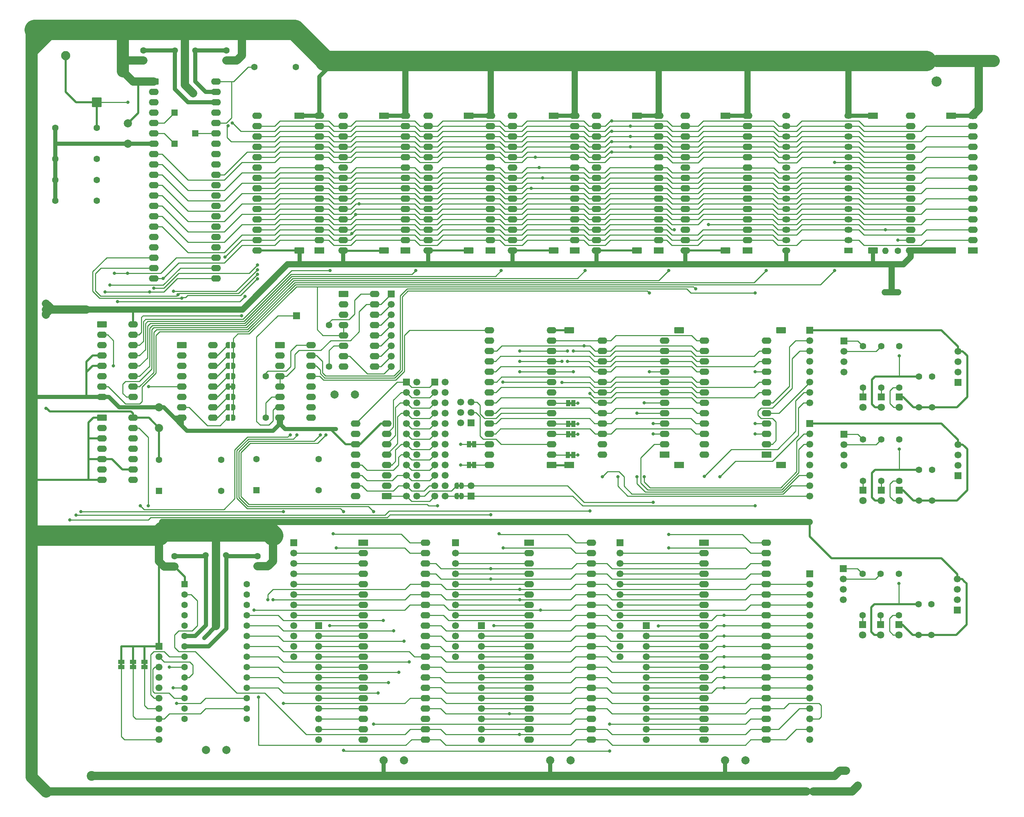
<source format=gbl>
G04 #@! TF.GenerationSoftware,KiCad,Pcbnew,9.0.2*
G04 #@! TF.CreationDate,2025-07-01T19:52:47+02:00*
G04 #@! TF.ProjectId,CPU_X-3,4350555f-582d-4332-9e6b-696361645f70,3*
G04 #@! TF.SameCoordinates,Original*
G04 #@! TF.FileFunction,Copper,L2,Bot*
G04 #@! TF.FilePolarity,Positive*
%FSLAX46Y46*%
G04 Gerber Fmt 4.6, Leading zero omitted, Abs format (unit mm)*
G04 Created by KiCad (PCBNEW 9.0.2) date 2025-07-01 19:52:47*
%MOMM*%
%LPD*%
G01*
G04 APERTURE LIST*
G04 Aperture macros list*
%AMRoundRect*
0 Rectangle with rounded corners*
0 $1 Rounding radius*
0 $2 $3 $4 $5 $6 $7 $8 $9 X,Y pos of 4 corners*
0 Add a 4 corners polygon primitive as box body*
4,1,4,$2,$3,$4,$5,$6,$7,$8,$9,$2,$3,0*
0 Add four circle primitives for the rounded corners*
1,1,$1+$1,$2,$3*
1,1,$1+$1,$4,$5*
1,1,$1+$1,$6,$7*
1,1,$1+$1,$8,$9*
0 Add four rect primitives between the rounded corners*
20,1,$1+$1,$2,$3,$4,$5,0*
20,1,$1+$1,$4,$5,$6,$7,0*
20,1,$1+$1,$6,$7,$8,$9,0*
20,1,$1+$1,$8,$9,$2,$3,0*%
%AMFreePoly0*
4,1,23,0.500000,-0.750000,0.000000,-0.750000,0.000000,-0.745722,-0.065263,-0.745722,-0.191342,-0.711940,-0.304381,-0.646677,-0.396677,-0.554381,-0.461940,-0.441342,-0.495722,-0.315263,-0.495722,-0.250000,-0.500000,-0.250000,-0.500000,0.250000,-0.495722,0.250000,-0.495722,0.315263,-0.461940,0.441342,-0.396677,0.554381,-0.304381,0.646677,-0.191342,0.711940,-0.065263,0.745722,0.000000,0.745722,
0.000000,0.750000,0.500000,0.750000,0.500000,-0.750000,0.500000,-0.750000,$1*%
%AMFreePoly1*
4,1,23,0.000000,0.745722,0.065263,0.745722,0.191342,0.711940,0.304381,0.646677,0.396677,0.554381,0.461940,0.441342,0.495722,0.315263,0.495722,0.250000,0.500000,0.250000,0.500000,-0.250000,0.495722,-0.250000,0.495722,-0.315263,0.461940,-0.441342,0.396677,-0.554381,0.304381,-0.646677,0.191342,-0.711940,0.065263,-0.745722,0.000000,-0.745722,0.000000,-0.750000,-0.500000,-0.750000,
-0.500000,0.750000,0.000000,0.750000,0.000000,0.745722,0.000000,0.745722,$1*%
G04 Aperture macros list end*
G04 #@! TA.AperFunction,EtchedComponent*
%ADD10C,0.000000*%
G04 #@! TD*
G04 #@! TA.AperFunction,ComponentPad*
%ADD11C,1.800000*%
G04 #@! TD*
G04 #@! TA.AperFunction,ComponentPad*
%ADD12R,1.800000X1.800000*%
G04 #@! TD*
G04 #@! TA.AperFunction,ComponentPad*
%ADD13C,1.600000*%
G04 #@! TD*
G04 #@! TA.AperFunction,ComponentPad*
%ADD14R,1.700000X1.700000*%
G04 #@! TD*
G04 #@! TA.AperFunction,ComponentPad*
%ADD15C,1.700000*%
G04 #@! TD*
G04 #@! TA.AperFunction,ComponentPad*
%ADD16RoundRect,0.142858X-1.057142X-0.657142X1.057142X-0.657142X1.057142X0.657142X-1.057142X0.657142X0*%
G04 #@! TD*
G04 #@! TA.AperFunction,ComponentPad*
%ADD17R,2.400000X1.600000*%
G04 #@! TD*
G04 #@! TA.AperFunction,ComponentPad*
%ADD18C,2.000000*%
G04 #@! TD*
G04 #@! TA.AperFunction,ComponentPad*
%ADD19RoundRect,0.250000X-0.950000X-0.550000X0.950000X-0.550000X0.950000X0.550000X-0.950000X0.550000X0*%
G04 #@! TD*
G04 #@! TA.AperFunction,ComponentPad*
%ADD20O,2.400000X1.600000*%
G04 #@! TD*
G04 #@! TA.AperFunction,ComponentPad*
%ADD21C,2.400000*%
G04 #@! TD*
G04 #@! TA.AperFunction,ComponentPad*
%ADD22C,1.500000*%
G04 #@! TD*
G04 #@! TA.AperFunction,ComponentPad*
%ADD23RoundRect,0.142858X1.057142X0.657142X-1.057142X0.657142X-1.057142X-0.657142X1.057142X-0.657142X0*%
G04 #@! TD*
G04 #@! TA.AperFunction,ComponentPad*
%ADD24RoundRect,0.250000X0.950000X0.550000X-0.950000X0.550000X-0.950000X-0.550000X0.950000X-0.550000X0*%
G04 #@! TD*
G04 #@! TA.AperFunction,ComponentPad*
%ADD25R,2.000000X1.440000*%
G04 #@! TD*
G04 #@! TA.AperFunction,ComponentPad*
%ADD26O,2.000000X1.440000*%
G04 #@! TD*
G04 #@! TA.AperFunction,ComponentPad*
%ADD27R,1.600000X1.600000*%
G04 #@! TD*
G04 #@! TA.AperFunction,ComponentPad*
%ADD28RoundRect,0.250000X-1.000000X1.000000X-1.000000X-1.000000X1.000000X-1.000000X1.000000X1.000000X0*%
G04 #@! TD*
G04 #@! TA.AperFunction,ComponentPad*
%ADD29C,2.500000*%
G04 #@! TD*
G04 #@! TA.AperFunction,ComponentPad*
%ADD30RoundRect,0.250000X-0.550000X-0.550000X0.550000X-0.550000X0.550000X0.550000X-0.550000X0.550000X0*%
G04 #@! TD*
G04 #@! TA.AperFunction,ComponentPad*
%ADD31RoundRect,0.250001X0.949999X-0.949999X0.949999X0.949999X-0.949999X0.949999X-0.949999X-0.949999X0*%
G04 #@! TD*
G04 #@! TA.AperFunction,ComponentPad*
%ADD32R,2.250000X2.250000*%
G04 #@! TD*
G04 #@! TA.AperFunction,ComponentPad*
%ADD33C,2.250000*%
G04 #@! TD*
G04 #@! TA.AperFunction,ComponentPad*
%ADD34O,1.600000X1.600000*%
G04 #@! TD*
G04 #@! TA.AperFunction,SMDPad,CuDef*
%ADD35FreePoly0,0.000000*%
G04 #@! TD*
G04 #@! TA.AperFunction,SMDPad,CuDef*
%ADD36FreePoly1,0.000000*%
G04 #@! TD*
G04 #@! TA.AperFunction,SMDPad,CuDef*
%ADD37C,1.000000*%
G04 #@! TD*
G04 #@! TA.AperFunction,SMDPad,CuDef*
%ADD38R,1.500000X1.000000*%
G04 #@! TD*
G04 #@! TA.AperFunction,SMDPad,CuDef*
%ADD39R,1.500000X1.500000*%
G04 #@! TD*
G04 #@! TA.AperFunction,SMDPad,CuDef*
%ADD40R,1.000000X1.500000*%
G04 #@! TD*
G04 #@! TA.AperFunction,ViaPad*
%ADD41C,0.800000*%
G04 #@! TD*
G04 #@! TA.AperFunction,Conductor*
%ADD42C,2.000000*%
G04 #@! TD*
G04 #@! TA.AperFunction,Conductor*
%ADD43C,1.000000*%
G04 #@! TD*
G04 #@! TA.AperFunction,Conductor*
%ADD44C,3.000000*%
G04 #@! TD*
G04 #@! TA.AperFunction,Conductor*
%ADD45C,5.000000*%
G04 #@! TD*
G04 #@! TA.AperFunction,Conductor*
%ADD46C,0.500000*%
G04 #@! TD*
G04 #@! TA.AperFunction,Conductor*
%ADD47C,1.500000*%
G04 #@! TD*
G04 #@! TA.AperFunction,Conductor*
%ADD48C,0.250000*%
G04 #@! TD*
G04 APERTURE END LIST*
D10*
G04 #@! TA.AperFunction,EtchedComponent*
G36*
X76196000Y-120823000D02*
G01*
X75696000Y-120823000D01*
X75696000Y-120223000D01*
X76196000Y-120223000D01*
X76196000Y-120823000D01*
G37*
G04 #@! TD.AperFunction*
G04 #@! TA.AperFunction,EtchedComponent*
G36*
X55164000Y-188860000D02*
G01*
X54564000Y-188860000D01*
X54564000Y-188360000D01*
X55164000Y-188360000D01*
X55164000Y-188860000D01*
G37*
G04 #@! TD.AperFunction*
G04 #@! TA.AperFunction,EtchedComponent*
G36*
X159523000Y-132507000D02*
G01*
X159023000Y-132507000D01*
X159023000Y-131907000D01*
X159523000Y-131907000D01*
X159523000Y-132507000D01*
G37*
G04 #@! TD.AperFunction*
G04 #@! TA.AperFunction,EtchedComponent*
G36*
X49449000Y-188860000D02*
G01*
X48849000Y-188860000D01*
X48849000Y-188360000D01*
X49449000Y-188360000D01*
X49449000Y-188860000D01*
G37*
G04 #@! TD.AperFunction*
G04 #@! TA.AperFunction,EtchedComponent*
G36*
X159523000Y-124887000D02*
G01*
X159023000Y-124887000D01*
X159023000Y-124287000D01*
X159523000Y-124287000D01*
X159523000Y-124887000D01*
G37*
G04 #@! TD.AperFunction*
G04 #@! TA.AperFunction,EtchedComponent*
G36*
X159493000Y-137587000D02*
G01*
X158993000Y-137587000D01*
X158993000Y-136987000D01*
X159493000Y-136987000D01*
X159493000Y-137587000D01*
G37*
G04 #@! TD.AperFunction*
G04 #@! TA.AperFunction,EtchedComponent*
G36*
X135236000Y-134920000D02*
G01*
X134736000Y-134920000D01*
X134736000Y-134320000D01*
X135236000Y-134320000D01*
X135236000Y-134920000D01*
G37*
G04 #@! TD.AperFunction*
G04 #@! TA.AperFunction,EtchedComponent*
G36*
X135251000Y-140000000D02*
G01*
X134751000Y-140000000D01*
X134751000Y-139400000D01*
X135251000Y-139400000D01*
X135251000Y-140000000D01*
G37*
G04 #@! TD.AperFunction*
G04 #@! TA.AperFunction,EtchedComponent*
G36*
X132203000Y-145080000D02*
G01*
X131703000Y-145080000D01*
X131703000Y-144480000D01*
X132203000Y-144480000D01*
X132203000Y-145080000D01*
G37*
G04 #@! TD.AperFunction*
G04 #@! TA.AperFunction,EtchedComponent*
G36*
X52370000Y-188860000D02*
G01*
X51770000Y-188860000D01*
X51770000Y-188360000D01*
X52370000Y-188360000D01*
X52370000Y-188860000D01*
G37*
G04 #@! TD.AperFunction*
G04 #@! TA.AperFunction,EtchedComponent*
G36*
X159523000Y-129967000D02*
G01*
X159023000Y-129967000D01*
X159023000Y-129367000D01*
X159523000Y-129367000D01*
X159523000Y-129967000D01*
G37*
G04 #@! TD.AperFunction*
G04 #@! TA.AperFunction,EtchedComponent*
G36*
X132203000Y-147620000D02*
G01*
X131703000Y-147620000D01*
X131703000Y-147020000D01*
X132203000Y-147020000D01*
X132203000Y-147620000D01*
G37*
G04 #@! TD.AperFunction*
D11*
X235331000Y-148396000D03*
D12*
X235331000Y-145856000D03*
D13*
X100076000Y-105410000D03*
X100076000Y-115570000D03*
D14*
X226187000Y-109280000D03*
D15*
X226187000Y-111820000D03*
X226187000Y-114360000D03*
X226187000Y-116900000D03*
D13*
X230759000Y-176530000D03*
X230759000Y-166370000D03*
D16*
X252476000Y-87122000D03*
D17*
X252476000Y-54122000D03*
D16*
X134239000Y-87102000D03*
D17*
X134239000Y-54102000D03*
D14*
X91440000Y-158750000D03*
D15*
X91440000Y-161290000D03*
X91440000Y-163830000D03*
X91440000Y-166370000D03*
X91440000Y-168910000D03*
X91440000Y-171450000D03*
X91440000Y-173990000D03*
X91440000Y-176530000D03*
X91440000Y-179070000D03*
X91440000Y-181610000D03*
X91440000Y-184150000D03*
X91440000Y-186690000D03*
D18*
X50800000Y-60960000D03*
X50800000Y-55960000D03*
D13*
X33020000Y-74930000D03*
X43180000Y-74930000D03*
D14*
X254000000Y-175260000D03*
D15*
X254000000Y-172720000D03*
X254000000Y-170180000D03*
X254000000Y-167640000D03*
D13*
X82550000Y-164572000D03*
X82550000Y-162072000D03*
D12*
X230886000Y-145856000D03*
D11*
X230886000Y-148396000D03*
D14*
X115316000Y-97790000D03*
D15*
X115316000Y-100330000D03*
X115316000Y-102870000D03*
X115316000Y-105410000D03*
X115316000Y-107950000D03*
X115316000Y-110490000D03*
X115316000Y-113030000D03*
X115316000Y-115570000D03*
D16*
X175514000Y-87102000D03*
D17*
X175514000Y-54102000D03*
D14*
X254127000Y-142300000D03*
D15*
X254127000Y-139760000D03*
X254127000Y-137220000D03*
X254127000Y-134680000D03*
D19*
X103632000Y-97790000D03*
D20*
X103632000Y-100330000D03*
X103632000Y-102870000D03*
X103632000Y-105410000D03*
X103632000Y-107950000D03*
X103632000Y-110490000D03*
X103632000Y-113030000D03*
X103632000Y-115570000D03*
X111252000Y-115570000D03*
X111252000Y-113030000D03*
X111252000Y-110490000D03*
X111252000Y-107950000D03*
X111252000Y-105410000D03*
X111252000Y-102870000D03*
X111252000Y-100330000D03*
X111252000Y-97790000D03*
D13*
X235204000Y-176530000D03*
X235204000Y-166370000D03*
D14*
X226060000Y-165100000D03*
D15*
X226060000Y-167640000D03*
X226060000Y-170180000D03*
X226060000Y-172720000D03*
D13*
X91948000Y-42164000D03*
X81788000Y-42164000D03*
X54610000Y-38100000D03*
X54610000Y-40600000D03*
D21*
X41910000Y-215900000D03*
D14*
X177800000Y-179070000D03*
D15*
X177800000Y-181610000D03*
X177800000Y-184150000D03*
X177800000Y-186690000D03*
X177800000Y-189230000D03*
X177800000Y-191770000D03*
X177800000Y-194310000D03*
X177800000Y-196850000D03*
X177800000Y-199390000D03*
X177800000Y-201930000D03*
X177800000Y-204470000D03*
X177800000Y-207010000D03*
D14*
X118999000Y-119380000D03*
D15*
X121539000Y-119380000D03*
X118999000Y-121920000D03*
X121539000Y-121920000D03*
X118999000Y-124460000D03*
X121539000Y-124460000D03*
X118999000Y-127000000D03*
X121539000Y-127000000D03*
X118999000Y-129540000D03*
X121539000Y-129540000D03*
X118999000Y-132080000D03*
X121539000Y-132080000D03*
X118999000Y-134620000D03*
X121539000Y-134620000D03*
X118999000Y-137160000D03*
X121539000Y-137160000D03*
X118999000Y-139700000D03*
X121539000Y-139700000D03*
X118999000Y-142240000D03*
X121539000Y-142240000D03*
X118999000Y-144780000D03*
X121539000Y-144780000D03*
X118999000Y-147320000D03*
X121539000Y-147320000D03*
D17*
X191897000Y-158750000D03*
D20*
X191897000Y-161290000D03*
X191897000Y-163830000D03*
X191897000Y-166370000D03*
X191897000Y-168910000D03*
X191897000Y-171450000D03*
X191897000Y-173990000D03*
X191897000Y-176530000D03*
X191897000Y-179070000D03*
X191897000Y-181610000D03*
X191897000Y-184150000D03*
X191897000Y-186690000D03*
X191897000Y-189230000D03*
X191897000Y-191770000D03*
X191897000Y-194310000D03*
X191897000Y-196850000D03*
X191897000Y-199390000D03*
X191897000Y-201930000D03*
X191897000Y-204470000D03*
X191897000Y-207010000D03*
X207137000Y-207010000D03*
X207137000Y-204470000D03*
X207137000Y-201930000D03*
X207137000Y-199390000D03*
X207137000Y-196850000D03*
X207137000Y-194310000D03*
X207137000Y-191770000D03*
X207137000Y-189230000D03*
X207137000Y-186690000D03*
X207137000Y-184150000D03*
X207137000Y-181610000D03*
X207137000Y-179070000D03*
X207137000Y-176530000D03*
X207137000Y-173990000D03*
X207137000Y-171450000D03*
X207137000Y-168910000D03*
X207137000Y-166370000D03*
X207137000Y-163830000D03*
X207137000Y-161290000D03*
X207137000Y-158750000D03*
D12*
X239776000Y-122996000D03*
D11*
X239776000Y-125536000D03*
D16*
X92750000Y-87102000D03*
D17*
X92750000Y-54102000D03*
D12*
X230759000Y-178816000D03*
D11*
X230759000Y-181356000D03*
D14*
X217805000Y-129540000D03*
D15*
X217805000Y-132080000D03*
X217805000Y-134620000D03*
X217805000Y-137160000D03*
X217805000Y-139700000D03*
X217805000Y-142240000D03*
X217805000Y-144780000D03*
X217805000Y-147320000D03*
D22*
X62312500Y-38100000D03*
X67312500Y-38100000D03*
D13*
X62230000Y-162072000D03*
X62230000Y-164572000D03*
D22*
X69850000Y-161798000D03*
X74850000Y-161798000D03*
D19*
X44450000Y-128143000D03*
D20*
X44450000Y-130683000D03*
X44450000Y-133223000D03*
X44450000Y-135763000D03*
X44450000Y-138303000D03*
X44450000Y-140843000D03*
X44450000Y-143383000D03*
X52070000Y-143383000D03*
X52070000Y-140843000D03*
X52070000Y-138303000D03*
X52070000Y-135763000D03*
X52070000Y-133223000D03*
X52070000Y-130683000D03*
X52070000Y-128143000D03*
D13*
X230886000Y-120710000D03*
X230886000Y-110550000D03*
D17*
X257810000Y-87122000D03*
D20*
X257810000Y-84582000D03*
X257810000Y-82042000D03*
X257810000Y-79502000D03*
X257810000Y-76962000D03*
X257810000Y-74422000D03*
X257810000Y-71882000D03*
X257810000Y-69342000D03*
X257810000Y-66802000D03*
X257810000Y-64262000D03*
X257810000Y-61722000D03*
X257810000Y-59182000D03*
X257810000Y-56642000D03*
X257810000Y-54102000D03*
X242570000Y-54102000D03*
X242570000Y-56642000D03*
X242570000Y-59182000D03*
X242570000Y-61722000D03*
X242570000Y-64262000D03*
X242570000Y-66802000D03*
X242570000Y-69342000D03*
X242570000Y-71882000D03*
X242570000Y-74422000D03*
X242570000Y-76962000D03*
X242570000Y-79502000D03*
X242570000Y-82042000D03*
X242570000Y-84582000D03*
X242570000Y-87122000D03*
D18*
X101426000Y-122428000D03*
X106426000Y-122428000D03*
X197057000Y-212090000D03*
X202057000Y-212090000D03*
D23*
X185801000Y-106680000D03*
D17*
X185801000Y-139680000D03*
D19*
X64008000Y-110363000D03*
D20*
X64008000Y-112903000D03*
X64008000Y-115443000D03*
X64008000Y-117983000D03*
X64008000Y-120523000D03*
X64008000Y-123063000D03*
X64008000Y-125603000D03*
X64008000Y-128143000D03*
X71628000Y-128143000D03*
X71628000Y-125603000D03*
X71628000Y-123063000D03*
X71628000Y-120523000D03*
X71628000Y-117983000D03*
X71628000Y-115443000D03*
X71628000Y-112903000D03*
X71628000Y-110363000D03*
D17*
X180848000Y-87122000D03*
D20*
X180848000Y-84582000D03*
X180848000Y-82042000D03*
X180848000Y-79502000D03*
X180848000Y-76962000D03*
X180848000Y-74422000D03*
X180848000Y-71882000D03*
X180848000Y-69342000D03*
X180848000Y-66802000D03*
X180848000Y-64262000D03*
X180848000Y-61722000D03*
X180848000Y-59182000D03*
X180848000Y-56642000D03*
X180848000Y-54102000D03*
X165608000Y-54102000D03*
X165608000Y-56642000D03*
X165608000Y-59182000D03*
X165608000Y-61722000D03*
X165608000Y-64262000D03*
X165608000Y-66802000D03*
X165608000Y-69342000D03*
X165608000Y-71882000D03*
X165608000Y-74422000D03*
X165608000Y-76962000D03*
X165608000Y-79502000D03*
X165608000Y-82042000D03*
X165608000Y-84582000D03*
X165608000Y-87122000D03*
D18*
X113428175Y-212090000D03*
X118428175Y-212090000D03*
X154258000Y-212090000D03*
X159258000Y-212090000D03*
D17*
X207264000Y-137160000D03*
D20*
X207264000Y-134620000D03*
X207264000Y-132080000D03*
X207264000Y-129540000D03*
X207264000Y-127000000D03*
X207264000Y-124460000D03*
X207264000Y-121920000D03*
X207264000Y-119380000D03*
X207264000Y-116840000D03*
X207264000Y-114300000D03*
X207264000Y-111760000D03*
X207264000Y-109220000D03*
X192024000Y-109220000D03*
X192024000Y-111760000D03*
X192024000Y-114300000D03*
X192024000Y-116840000D03*
X192024000Y-119380000D03*
X192024000Y-121920000D03*
X192024000Y-124460000D03*
X192024000Y-127000000D03*
X192024000Y-129540000D03*
X192024000Y-132080000D03*
X192024000Y-134620000D03*
X192024000Y-137160000D03*
D13*
X239776000Y-110550000D03*
X239776000Y-120710000D03*
D12*
X230886000Y-122996000D03*
D11*
X230886000Y-125536000D03*
D13*
X239395000Y-97409000D03*
X239395000Y-87249000D03*
D12*
X239776000Y-145856000D03*
D11*
X239776000Y-148396000D03*
D19*
X88011000Y-110363000D03*
D20*
X88011000Y-112903000D03*
X88011000Y-115443000D03*
X88011000Y-117983000D03*
X88011000Y-120523000D03*
X88011000Y-123063000D03*
X88011000Y-125603000D03*
X88011000Y-128143000D03*
X95631000Y-128143000D03*
X95631000Y-125603000D03*
X95631000Y-123063000D03*
X95631000Y-120523000D03*
X95631000Y-117983000D03*
X95631000Y-115443000D03*
X95631000Y-112903000D03*
X95631000Y-110363000D03*
D23*
X158924000Y-106680000D03*
D17*
X158924000Y-139680000D03*
D14*
X125984000Y-119380000D03*
D15*
X128524000Y-119380000D03*
X125984000Y-121920000D03*
X128524000Y-121920000D03*
X125984000Y-124460000D03*
X128524000Y-124460000D03*
X125984000Y-127000000D03*
X128524000Y-127000000D03*
X125984000Y-129540000D03*
X128524000Y-129540000D03*
X125984000Y-132080000D03*
X128524000Y-132080000D03*
X125984000Y-134620000D03*
X128524000Y-134620000D03*
X125984000Y-137160000D03*
X128524000Y-137160000D03*
X125984000Y-139700000D03*
X128524000Y-139700000D03*
X125984000Y-142240000D03*
X128524000Y-142240000D03*
X125984000Y-144780000D03*
X128524000Y-144780000D03*
X125984000Y-147320000D03*
X128524000Y-147320000D03*
D24*
X114173000Y-147320000D03*
D20*
X114173000Y-144780000D03*
X114173000Y-142240000D03*
X114173000Y-139700000D03*
X114173000Y-137160000D03*
X114173000Y-134620000D03*
X114173000Y-132080000D03*
X114173000Y-129540000D03*
X106553000Y-129540000D03*
X106553000Y-132080000D03*
X106553000Y-134620000D03*
X106553000Y-137160000D03*
X106553000Y-139700000D03*
X106553000Y-142240000D03*
X106553000Y-144780000D03*
X106553000Y-147320000D03*
D19*
X44450000Y-105283000D03*
D20*
X44450000Y-107823000D03*
X44450000Y-110363000D03*
X44450000Y-112903000D03*
X44450000Y-115443000D03*
X44450000Y-117983000D03*
X44450000Y-120523000D03*
X44450000Y-123063000D03*
X52070000Y-123063000D03*
X52070000Y-120523000D03*
X52070000Y-117983000D03*
X52070000Y-115443000D03*
X52070000Y-112903000D03*
X52070000Y-110363000D03*
X52070000Y-107823000D03*
X52070000Y-105283000D03*
D24*
X154559000Y-139700000D03*
D20*
X154559000Y-137160000D03*
X154559000Y-134620000D03*
X154559000Y-132080000D03*
X154559000Y-129540000D03*
X154559000Y-127000000D03*
X154559000Y-124460000D03*
X154559000Y-121920000D03*
X154559000Y-119380000D03*
X154559000Y-116840000D03*
X154559000Y-114300000D03*
X154559000Y-111760000D03*
X154559000Y-109220000D03*
X154559000Y-106680000D03*
X139319000Y-106680000D03*
X139319000Y-109220000D03*
X139319000Y-111760000D03*
X139319000Y-114300000D03*
X139319000Y-116840000D03*
X139319000Y-119380000D03*
X139319000Y-121920000D03*
X139319000Y-124460000D03*
X139319000Y-127000000D03*
X139319000Y-129540000D03*
X139319000Y-132080000D03*
X139319000Y-134620000D03*
X139319000Y-137160000D03*
X139319000Y-139700000D03*
D13*
X247777000Y-118043000D03*
X247777000Y-125543000D03*
X84582000Y-117983000D03*
X84582000Y-128143000D03*
D14*
X92075000Y-103124000D03*
D17*
X118745000Y-87122000D03*
D20*
X118745000Y-84582000D03*
X118745000Y-82042000D03*
X118745000Y-79502000D03*
X118745000Y-76962000D03*
X118745000Y-74422000D03*
X118745000Y-71882000D03*
X118745000Y-69342000D03*
X118745000Y-66802000D03*
X118745000Y-64262000D03*
X118745000Y-61722000D03*
X118745000Y-59182000D03*
X118745000Y-56642000D03*
X118745000Y-54102000D03*
X103505000Y-54102000D03*
X103505000Y-56642000D03*
X103505000Y-59182000D03*
X103505000Y-61722000D03*
X103505000Y-64262000D03*
X103505000Y-66802000D03*
X103505000Y-69342000D03*
X103505000Y-71882000D03*
X103505000Y-74422000D03*
X103505000Y-76962000D03*
X103505000Y-79502000D03*
X103505000Y-82042000D03*
X103505000Y-84582000D03*
X103505000Y-87122000D03*
D25*
X227330000Y-87122000D03*
D26*
X227330000Y-84582000D03*
X227330000Y-82042000D03*
X227330000Y-79502000D03*
X227330000Y-76962000D03*
X227330000Y-74422000D03*
X227330000Y-71882000D03*
X227330000Y-69342000D03*
X227330000Y-66802000D03*
X227330000Y-64262000D03*
X227330000Y-61722000D03*
X227330000Y-59182000D03*
X227330000Y-56642000D03*
X227330000Y-54102000D03*
X212090000Y-54102000D03*
X212090000Y-56642000D03*
X212090000Y-59182000D03*
X212090000Y-61722000D03*
X212090000Y-64262000D03*
X212090000Y-66802000D03*
X212090000Y-69342000D03*
X212090000Y-71882000D03*
X212090000Y-74422000D03*
X212090000Y-76962000D03*
X212090000Y-79502000D03*
X212090000Y-82042000D03*
X212090000Y-84582000D03*
X212090000Y-87122000D03*
D27*
X82296000Y-145923000D03*
D13*
X97536000Y-145923000D03*
X97536000Y-138303000D03*
X82296000Y-138303000D03*
D16*
X155067000Y-87122000D03*
D17*
X155067000Y-54122000D03*
X182245000Y-137160000D03*
D20*
X182245000Y-134620000D03*
X182245000Y-132080000D03*
X182245000Y-129540000D03*
X182245000Y-127000000D03*
X182245000Y-124460000D03*
X182245000Y-121920000D03*
X182245000Y-119380000D03*
X182245000Y-116840000D03*
X182245000Y-114300000D03*
X182245000Y-111760000D03*
X182245000Y-109220000D03*
X167005000Y-109220000D03*
X167005000Y-111760000D03*
X167005000Y-114300000D03*
X167005000Y-116840000D03*
X167005000Y-119380000D03*
X167005000Y-121920000D03*
X167005000Y-124460000D03*
X167005000Y-127000000D03*
X167005000Y-129540000D03*
X167005000Y-132080000D03*
X167005000Y-134620000D03*
X167005000Y-137160000D03*
D17*
X108458000Y-158750000D03*
D20*
X108458000Y-161290000D03*
X108458000Y-163830000D03*
X108458000Y-166370000D03*
X108458000Y-168910000D03*
X108458000Y-171450000D03*
X108458000Y-173990000D03*
X108458000Y-176530000D03*
X108458000Y-179070000D03*
X108458000Y-181610000D03*
X108458000Y-184150000D03*
X108458000Y-186690000D03*
X108458000Y-189230000D03*
X108458000Y-191770000D03*
X108458000Y-194310000D03*
X108458000Y-196850000D03*
X108458000Y-199390000D03*
X108458000Y-201930000D03*
X108458000Y-204470000D03*
X108458000Y-207010000D03*
X123698000Y-207010000D03*
X123698000Y-204470000D03*
X123698000Y-201930000D03*
X123698000Y-199390000D03*
X123698000Y-196850000D03*
X123698000Y-194310000D03*
X123698000Y-191770000D03*
X123698000Y-189230000D03*
X123698000Y-186690000D03*
X123698000Y-184150000D03*
X123698000Y-181610000D03*
X123698000Y-179070000D03*
X123698000Y-176530000D03*
X123698000Y-173990000D03*
X123698000Y-171450000D03*
X123698000Y-168910000D03*
X123698000Y-166370000D03*
X123698000Y-163830000D03*
X123698000Y-161290000D03*
X123698000Y-158750000D03*
D28*
X248920000Y-40640000D03*
D29*
X248920000Y-45720000D03*
D13*
X235331000Y-120710000D03*
X235331000Y-110550000D03*
X239776000Y-133410000D03*
X239776000Y-143570000D03*
D14*
X134874000Y-147320000D03*
D15*
X134874000Y-144780000D03*
D13*
X247777000Y-140903000D03*
X247777000Y-148403000D03*
X33020000Y-57040000D03*
X43180000Y-57040000D03*
D23*
X210820000Y-106700000D03*
D17*
X210820000Y-139700000D03*
D14*
X131064000Y-158750000D03*
D15*
X131064000Y-161290000D03*
X131064000Y-163830000D03*
X131064000Y-166370000D03*
X131064000Y-168910000D03*
X131064000Y-171450000D03*
X131064000Y-173990000D03*
X131064000Y-176530000D03*
X131064000Y-179070000D03*
X131064000Y-181610000D03*
X131064000Y-184150000D03*
X131064000Y-186690000D03*
D13*
X247650000Y-173856000D03*
X247650000Y-181356000D03*
X244602000Y-140903000D03*
X244602000Y-148403000D03*
D17*
X139573000Y-87122000D03*
D20*
X139573000Y-84582000D03*
X139573000Y-82042000D03*
X139573000Y-79502000D03*
X139573000Y-76962000D03*
X139573000Y-74422000D03*
X139573000Y-71882000D03*
X139573000Y-69342000D03*
X139573000Y-66802000D03*
X139573000Y-64262000D03*
X139573000Y-61722000D03*
X139573000Y-59182000D03*
X139573000Y-56642000D03*
X139573000Y-54102000D03*
X124333000Y-54102000D03*
X124333000Y-56642000D03*
X124333000Y-59182000D03*
X124333000Y-61722000D03*
X124333000Y-64262000D03*
X124333000Y-66802000D03*
X124333000Y-69342000D03*
X124333000Y-71882000D03*
X124333000Y-74422000D03*
X124333000Y-76962000D03*
X124333000Y-79502000D03*
X124333000Y-82042000D03*
X124333000Y-84582000D03*
X124333000Y-87122000D03*
D18*
X58420000Y-130603000D03*
X58420000Y-125603000D03*
D17*
X160274000Y-87122000D03*
D20*
X160274000Y-84582000D03*
X160274000Y-82042000D03*
X160274000Y-79502000D03*
X160274000Y-76962000D03*
X160274000Y-74422000D03*
X160274000Y-71882000D03*
X160274000Y-69342000D03*
X160274000Y-66802000D03*
X160274000Y-64262000D03*
X160274000Y-61722000D03*
X160274000Y-59182000D03*
X160274000Y-56642000D03*
X160274000Y-54102000D03*
X145034000Y-54102000D03*
X145034000Y-56642000D03*
X145034000Y-59182000D03*
X145034000Y-61722000D03*
X145034000Y-64262000D03*
X145034000Y-66802000D03*
X145034000Y-69342000D03*
X145034000Y-71882000D03*
X145034000Y-74422000D03*
X145034000Y-76962000D03*
X145034000Y-79502000D03*
X145034000Y-82042000D03*
X145034000Y-84582000D03*
X145034000Y-87122000D03*
D17*
X97663000Y-87122000D03*
D20*
X97663000Y-84582000D03*
X97663000Y-82042000D03*
X97663000Y-79502000D03*
X97663000Y-76962000D03*
X97663000Y-74422000D03*
X97663000Y-71882000D03*
X97663000Y-69342000D03*
X97663000Y-66802000D03*
X97663000Y-64262000D03*
X97663000Y-61722000D03*
X97663000Y-59182000D03*
X97663000Y-56642000D03*
X97663000Y-54102000D03*
X82423000Y-54102000D03*
X82423000Y-56642000D03*
X82423000Y-59182000D03*
X82423000Y-61722000D03*
X82423000Y-64262000D03*
X82423000Y-66802000D03*
X82423000Y-69342000D03*
X82423000Y-71882000D03*
X82423000Y-74422000D03*
X82423000Y-76962000D03*
X82423000Y-79502000D03*
X82423000Y-82042000D03*
X82423000Y-84582000D03*
X82423000Y-87122000D03*
D16*
X233299000Y-87102000D03*
D17*
X233299000Y-54102000D03*
D14*
X171323000Y-158750000D03*
D15*
X171323000Y-161290000D03*
X171323000Y-163830000D03*
X171323000Y-166370000D03*
X171323000Y-168910000D03*
X171323000Y-171450000D03*
X171323000Y-173990000D03*
X171323000Y-176530000D03*
X171323000Y-179070000D03*
X171323000Y-181610000D03*
X171323000Y-184150000D03*
X171323000Y-186690000D03*
D16*
X113538000Y-87102000D03*
D17*
X113538000Y-54102000D03*
D12*
X235331000Y-122996000D03*
D11*
X235331000Y-125536000D03*
D14*
X217805000Y-166370000D03*
D15*
X217805000Y-168910000D03*
X217805000Y-171450000D03*
X217805000Y-173990000D03*
X217805000Y-176530000D03*
X217805000Y-179070000D03*
X217805000Y-181610000D03*
X217805000Y-184150000D03*
X217805000Y-186690000D03*
X217805000Y-189230000D03*
X217805000Y-191770000D03*
X217805000Y-194310000D03*
X217805000Y-196850000D03*
X217805000Y-199390000D03*
X217805000Y-201930000D03*
X217805000Y-204470000D03*
X217805000Y-207010000D03*
D30*
X64643000Y-168910000D03*
D13*
X64643000Y-171450000D03*
X64643000Y-173990000D03*
X64643000Y-176530000D03*
X64643000Y-179070000D03*
X64643000Y-181610000D03*
X64643000Y-184150000D03*
X64643000Y-186690000D03*
X64643000Y-189230000D03*
X64643000Y-191770000D03*
X64643000Y-194310000D03*
X64643000Y-196850000D03*
X64643000Y-199390000D03*
X64643000Y-201930000D03*
X79883000Y-201930000D03*
X79883000Y-199390000D03*
X79883000Y-196850000D03*
X79883000Y-194310000D03*
X79883000Y-191770000D03*
X79883000Y-189230000D03*
X79883000Y-186690000D03*
X79883000Y-184150000D03*
X79883000Y-181610000D03*
X79883000Y-179070000D03*
X79883000Y-176530000D03*
X79883000Y-173990000D03*
X79883000Y-171450000D03*
X79883000Y-168910000D03*
D17*
X202565000Y-87122000D03*
D20*
X202565000Y-84582000D03*
X202565000Y-82042000D03*
X202565000Y-79502000D03*
X202565000Y-76962000D03*
X202565000Y-74422000D03*
X202565000Y-71882000D03*
X202565000Y-69342000D03*
X202565000Y-66802000D03*
X202565000Y-64262000D03*
X202565000Y-61722000D03*
X202565000Y-59182000D03*
X202565000Y-56642000D03*
X202565000Y-54102000D03*
X187325000Y-54102000D03*
X187325000Y-56642000D03*
X187325000Y-59182000D03*
X187325000Y-61722000D03*
X187325000Y-64262000D03*
X187325000Y-66802000D03*
X187325000Y-69342000D03*
X187325000Y-71882000D03*
X187325000Y-74422000D03*
X187325000Y-76962000D03*
X187325000Y-79502000D03*
X187325000Y-82042000D03*
X187325000Y-84582000D03*
X187325000Y-87122000D03*
D21*
X30734000Y-219710000D03*
D14*
X226187000Y-132140000D03*
D15*
X226187000Y-134680000D03*
X226187000Y-137220000D03*
X226187000Y-139760000D03*
D13*
X33020000Y-69850000D03*
X43180000Y-69850000D03*
D27*
X58420000Y-146050000D03*
D13*
X73660000Y-146050000D03*
X73660000Y-138430000D03*
X58420000Y-138430000D03*
D31*
X43180000Y-50800000D03*
D21*
X43180000Y-32800000D03*
D13*
X244602000Y-118043000D03*
X244602000Y-125543000D03*
D14*
X217805000Y-106680000D03*
D15*
X217805000Y-109220000D03*
X217805000Y-111760000D03*
X217805000Y-114300000D03*
X217805000Y-116840000D03*
X217805000Y-119380000D03*
X217805000Y-121920000D03*
X217805000Y-124460000D03*
D12*
X235204000Y-178816000D03*
D11*
X235204000Y-181356000D03*
D13*
X33020000Y-64660000D03*
X43180000Y-64660000D03*
D14*
X254127000Y-119440000D03*
D15*
X254127000Y-116900000D03*
X254127000Y-114360000D03*
X254127000Y-111820000D03*
D13*
X239649000Y-166370000D03*
X239649000Y-176530000D03*
D12*
X239649000Y-178816000D03*
D11*
X239649000Y-181356000D03*
D14*
X97536000Y-179070000D03*
D15*
X97536000Y-181610000D03*
X97536000Y-184150000D03*
X97536000Y-186690000D03*
X97536000Y-189230000D03*
X97536000Y-191770000D03*
X97536000Y-194310000D03*
X97536000Y-196850000D03*
X97536000Y-199390000D03*
X97536000Y-201930000D03*
X97536000Y-204470000D03*
X97536000Y-207010000D03*
D13*
X74930000Y-40600000D03*
X74930000Y-38100000D03*
D32*
X35565000Y-32905000D03*
D33*
X35565000Y-39405000D03*
D17*
X149098000Y-158750000D03*
D20*
X149098000Y-161290000D03*
X149098000Y-163830000D03*
X149098000Y-166370000D03*
X149098000Y-168910000D03*
X149098000Y-171450000D03*
X149098000Y-173990000D03*
X149098000Y-176530000D03*
X149098000Y-179070000D03*
X149098000Y-181610000D03*
X149098000Y-184150000D03*
X149098000Y-186690000D03*
X149098000Y-189230000D03*
X149098000Y-191770000D03*
X149098000Y-194310000D03*
X149098000Y-196850000D03*
X149098000Y-199390000D03*
X149098000Y-201930000D03*
X149098000Y-204470000D03*
X149098000Y-207010000D03*
X164338000Y-207010000D03*
X164338000Y-204470000D03*
X164338000Y-201930000D03*
X164338000Y-199390000D03*
X164338000Y-196850000D03*
X164338000Y-194310000D03*
X164338000Y-191770000D03*
X164338000Y-189230000D03*
X164338000Y-186690000D03*
X164338000Y-184150000D03*
X164338000Y-181610000D03*
X164338000Y-179070000D03*
X164338000Y-176530000D03*
X164338000Y-173990000D03*
X164338000Y-171450000D03*
X164338000Y-168910000D03*
X164338000Y-166370000D03*
X164338000Y-163830000D03*
X164338000Y-161290000D03*
X164338000Y-158750000D03*
D14*
X137414000Y-179070000D03*
D15*
X137414000Y-181610000D03*
X137414000Y-184150000D03*
X137414000Y-186690000D03*
X137414000Y-189230000D03*
X137414000Y-191770000D03*
X137414000Y-194310000D03*
X137414000Y-196850000D03*
X137414000Y-199390000D03*
X137414000Y-201930000D03*
X137414000Y-204470000D03*
X137414000Y-207010000D03*
D14*
X58420000Y-184150000D03*
D15*
X58420000Y-186690000D03*
X58420000Y-189230000D03*
X58420000Y-191770000D03*
X58420000Y-194310000D03*
X58420000Y-196850000D03*
X58420000Y-199390000D03*
X58420000Y-201930000D03*
X58420000Y-204470000D03*
X58420000Y-207010000D03*
D16*
X197144000Y-87112000D03*
D17*
X197144000Y-54112000D03*
D13*
X235331000Y-143570000D03*
X235331000Y-133410000D03*
X230886000Y-143570000D03*
X230886000Y-133410000D03*
D18*
X74890000Y-209550000D03*
X69890000Y-209550000D03*
D19*
X57155000Y-45720000D03*
D20*
X57155000Y-48260000D03*
X57155000Y-50800000D03*
X57155000Y-53340000D03*
X57155000Y-55880000D03*
X57155000Y-58420000D03*
X57155000Y-60960000D03*
X57155000Y-63500000D03*
X57155000Y-66040000D03*
X57155000Y-68580000D03*
X57155000Y-71120000D03*
X57155000Y-73660000D03*
X57155000Y-76200000D03*
X57155000Y-78740000D03*
X57155000Y-81280000D03*
X57155000Y-83820000D03*
X57155000Y-86360000D03*
X57155000Y-88900000D03*
X57155000Y-91440000D03*
X57155000Y-93980000D03*
X72395000Y-93980000D03*
X72395000Y-91440000D03*
X72395000Y-88900000D03*
X72395000Y-86360000D03*
X72395000Y-83820000D03*
X72395000Y-81280000D03*
X72395000Y-78740000D03*
X72395000Y-76200000D03*
X72395000Y-73660000D03*
X72395000Y-71120000D03*
X72395000Y-68580000D03*
X72395000Y-66040000D03*
X72395000Y-63500000D03*
X72395000Y-60960000D03*
X72395000Y-58420000D03*
X72395000Y-55880000D03*
X72395000Y-53340000D03*
X72395000Y-50800000D03*
X72395000Y-48260000D03*
X72395000Y-45720000D03*
D13*
X244475000Y-173856000D03*
X244475000Y-181356000D03*
D14*
X134874000Y-129413000D03*
D15*
X132334000Y-129413000D03*
X134874000Y-126873000D03*
X132334000Y-126873000D03*
X134874000Y-124333000D03*
X132334000Y-124333000D03*
D13*
X236347000Y-97392000D03*
D34*
X236347000Y-87232000D03*
D35*
X75296000Y-120523000D03*
D36*
X76596000Y-120523000D03*
D37*
X226949000Y-214630000D03*
X263017000Y-40640000D03*
D35*
X75296000Y-115443000D03*
D36*
X76596000Y-115443000D03*
D38*
X54864000Y-189260000D03*
X54864000Y-187960000D03*
D37*
X229616000Y-218313000D03*
D39*
X67310000Y-58420000D03*
D40*
X158623000Y-132207000D03*
X159923000Y-132207000D03*
D37*
X69469000Y-182118000D03*
D39*
X62230000Y-60960000D03*
D38*
X49149000Y-189260000D03*
X49149000Y-187960000D03*
D35*
X75296000Y-128143000D03*
D36*
X76596000Y-128143000D03*
D40*
X158623000Y-124587000D03*
X159923000Y-124587000D03*
X158593000Y-137287000D03*
X159893000Y-137287000D03*
X135636000Y-134620000D03*
X134336000Y-134620000D03*
D35*
X75296000Y-125603000D03*
D36*
X76596000Y-125603000D03*
D39*
X62230000Y-53340000D03*
D35*
X75296000Y-110363000D03*
D36*
X76596000Y-110363000D03*
D40*
X135651000Y-139700000D03*
X134351000Y-139700000D03*
D37*
X217805000Y-153670000D03*
D35*
X131303000Y-144780000D03*
D36*
X132603000Y-144780000D03*
D37*
X66929000Y-48768000D03*
D38*
X52070000Y-189260000D03*
X52070000Y-187960000D03*
D35*
X75296000Y-112903000D03*
D36*
X76596000Y-112903000D03*
D40*
X158623000Y-129667000D03*
X159923000Y-129667000D03*
D35*
X131303000Y-147320000D03*
D36*
X132603000Y-147320000D03*
D35*
X75296000Y-123063000D03*
D36*
X76596000Y-123063000D03*
D35*
X75296000Y-117983000D03*
D36*
X76596000Y-117983000D03*
D41*
X132334000Y-134620000D03*
X137414000Y-153670000D03*
X149098000Y-153670000D03*
X132334000Y-153670000D03*
X161036000Y-137287000D03*
X171323000Y-153670000D03*
X161036000Y-124587000D03*
X73660000Y-156464000D03*
X132334000Y-139700000D03*
X69850000Y-219710000D03*
X108522175Y-153670000D03*
X161036000Y-132207000D03*
X202057000Y-219710000D03*
X91440000Y-153670000D03*
X101727000Y-130937000D03*
X195834000Y-153543000D03*
X185801000Y-153670000D03*
X167005000Y-153670000D03*
X118428175Y-219710000D03*
X210820000Y-153670000D03*
X159258000Y-219710000D03*
X170434000Y-153670000D03*
X158924000Y-153670000D03*
X177800000Y-153670000D03*
X131064000Y-153670000D03*
X217043000Y-219710000D03*
X100584000Y-130937000D03*
X218694000Y-219710000D03*
X217805000Y-219710000D03*
X191897000Y-153670000D03*
X97536000Y-153670000D03*
X161036000Y-129667000D03*
X50800000Y-50800000D03*
X151892000Y-175260000D03*
X81661000Y-175260000D03*
X30734000Y-100203000D03*
X210820000Y-215900000D03*
X210820000Y-90551000D03*
X91440000Y-215900000D03*
X111379000Y-90551000D03*
X154559000Y-90551000D03*
X185801000Y-90551000D03*
X239776000Y-135823000D03*
X30734000Y-101600000D03*
X212344000Y-215900000D03*
X97536000Y-215900000D03*
X31750000Y-101600000D03*
X137414000Y-215900000D03*
X239649000Y-168783000D03*
X211582000Y-215900000D03*
X171323000Y-215900000D03*
X131064000Y-215900000D03*
X30734000Y-102870000D03*
X239776000Y-112963000D03*
X177800000Y-215900000D03*
X95631000Y-90551000D03*
X71628000Y-101600000D03*
X30734000Y-125857000D03*
X80010000Y-215900000D03*
X139700000Y-151892000D03*
X142621000Y-119380000D03*
X139700000Y-165100000D03*
X139700000Y-167640000D03*
X36576000Y-153162000D03*
X38100000Y-152019000D03*
X163957000Y-122174000D03*
X163957000Y-151003000D03*
X173863000Y-61722000D03*
X112078175Y-195580000D03*
X196850000Y-176530000D03*
X196850000Y-181610000D03*
X117158175Y-190500000D03*
X173863000Y-56642000D03*
X76327000Y-55880000D03*
X119698175Y-187960000D03*
X196850000Y-184150000D03*
X169291000Y-62992000D03*
X113348175Y-177800000D03*
X196850000Y-194310000D03*
X114618175Y-193040000D03*
X173863000Y-59182000D03*
X75303329Y-56563716D03*
X196850000Y-179070000D03*
X169291000Y-57912000D03*
X118428175Y-182880000D03*
X196850000Y-189230000D03*
X196850000Y-186690000D03*
X169291000Y-55372000D03*
X169291000Y-60452000D03*
X196850000Y-191770000D03*
X115888175Y-180340000D03*
X146812000Y-170180000D03*
X159893000Y-116840000D03*
X159893000Y-111760000D03*
X150622000Y-64262000D03*
X85090000Y-172720000D03*
X146812000Y-116840000D03*
X146685000Y-205740000D03*
X152400000Y-69342000D03*
X158496000Y-114300000D03*
X146812000Y-111760000D03*
X158496000Y-111760000D03*
X144272000Y-200660000D03*
X149606000Y-71882000D03*
X146812000Y-172720000D03*
X86360000Y-172720000D03*
X157099000Y-119507000D03*
X151528000Y-66802000D03*
X146812000Y-114300000D03*
X157099000Y-114300000D03*
X105695750Y-82962750D03*
X63055500Y-97980500D03*
X82550000Y-92964000D03*
X57150000Y-96393000D03*
X106616500Y-78295500D03*
X82550000Y-90678000D03*
X59436000Y-93980000D03*
X107442000Y-75692000D03*
X82550000Y-91860913D03*
X62007900Y-97155000D03*
X82550000Y-94107000D03*
X64008000Y-98806000D03*
X193040000Y-80772000D03*
X236347000Y-82042000D03*
X184658000Y-82042000D03*
X82804000Y-196596000D03*
X74549000Y-88773000D03*
X55753000Y-149733000D03*
X78613000Y-103124000D03*
X142240000Y-92075000D03*
X100330000Y-92075000D03*
X223901000Y-92075000D03*
X223901000Y-65532000D03*
X121285000Y-92075000D03*
X162814000Y-92075000D03*
X207137000Y-92075000D03*
X183261000Y-92075000D03*
X79502000Y-98425000D03*
X48277000Y-99695000D03*
X101092000Y-156591000D03*
X101871000Y-160020000D03*
X100203000Y-179070000D03*
X141732000Y-156591000D03*
X140462000Y-179070000D03*
X142748000Y-160061000D03*
X183261000Y-160020000D03*
X183261000Y-156718000D03*
X180784500Y-179133500D03*
X204470000Y-129540000D03*
X204470000Y-149733000D03*
X204470000Y-132080000D03*
X179451000Y-129540000D03*
X179451000Y-148844000D03*
X179451000Y-132080000D03*
X195834000Y-142621000D03*
X192024000Y-142494000D03*
X170815000Y-142621000D03*
X175514000Y-127000000D03*
X175514000Y-142621000D03*
X167005000Y-142621000D03*
X39243000Y-151130000D03*
X88900000Y-151147000D03*
X88900000Y-198161000D03*
X162560000Y-110490000D03*
X177292000Y-142621000D03*
X177292000Y-124460000D03*
X239395000Y-84582000D03*
X56134000Y-97282000D03*
X45212000Y-97282000D03*
X60960000Y-189230000D03*
X62738000Y-198118307D03*
X61849000Y-194310000D03*
X47244000Y-115443000D03*
X46355000Y-95604500D03*
X50673000Y-92710000D03*
X47498000Y-92710000D03*
X189865000Y-96520000D03*
X90551000Y-132334000D03*
X53848000Y-149733000D03*
X92202000Y-132334000D03*
X103632000Y-151130000D03*
X103632000Y-209664697D03*
X168783000Y-209804000D03*
X168783000Y-203200000D03*
X178562000Y-97536000D03*
X178562000Y-116840000D03*
X97917000Y-132334000D03*
X110998000Y-151130000D03*
X110998000Y-203200000D03*
X204470000Y-97536000D03*
X204470000Y-116840000D03*
X126619000Y-149733000D03*
X99314000Y-132334000D03*
X55880000Y-120523000D03*
D42*
X218694000Y-219710000D02*
X228219000Y-219710000D01*
X228219000Y-219710000D02*
X229616000Y-218313000D01*
X223901000Y-215900000D02*
X212344000Y-215900000D01*
X226695000Y-214630000D02*
X225171000Y-214630000D01*
X225171000Y-214630000D02*
X223901000Y-215900000D01*
D43*
X54610000Y-38100000D02*
X62312500Y-38100000D01*
X62312500Y-47580500D02*
X65532000Y-50800000D01*
X65532000Y-50800000D02*
X72395000Y-50800000D01*
X62312500Y-38100000D02*
X62312500Y-47580500D01*
X97663000Y-54102000D02*
X92750000Y-54102000D01*
D42*
X58420000Y-163322000D02*
X58420000Y-156972000D01*
X61214000Y-164592000D02*
X61234000Y-164572000D01*
D43*
X101727000Y-130937000D02*
X89281000Y-130937000D01*
D44*
X27178000Y-38354000D02*
X32512000Y-33020000D01*
D45*
X246380000Y-40640000D02*
X227330000Y-40640000D01*
D46*
X46863000Y-138303000D02*
X49403000Y-140843000D01*
X223139000Y-162560000D02*
X217805000Y-157226000D01*
X256286000Y-168783000D02*
X255714500Y-168211500D01*
D44*
X49530000Y-40640000D02*
X49530000Y-33020000D01*
D46*
X240665000Y-122996000D02*
X243205000Y-125536000D01*
X44704000Y-133223000D02*
X41148000Y-133223000D01*
D45*
X32512000Y-33020000D02*
X48768000Y-33020000D01*
D42*
X30734000Y-219710000D02*
X217043000Y-219710000D01*
D47*
X114273719Y-153670000D02*
X59182000Y-153670000D01*
D46*
X239649000Y-178816000D02*
X240538000Y-178816000D01*
X42164000Y-115443000D02*
X44450000Y-115443000D01*
D47*
X177800000Y-153670000D02*
X170434000Y-153670000D01*
D46*
X41148000Y-129286000D02*
X41148000Y-133223000D01*
X254127000Y-134680000D02*
X254127000Y-133537000D01*
D42*
X58420000Y-163322000D02*
X59690000Y-164592000D01*
D46*
X40640000Y-123063000D02*
X40640000Y-116967000D01*
D47*
X115456631Y-153684000D02*
X114287719Y-153684000D01*
D43*
X118745000Y-54102000D02*
X113538000Y-54102000D01*
D42*
X49530000Y-43180000D02*
X52070000Y-45720000D01*
D46*
X243205000Y-125536000D02*
X247777000Y-125536000D01*
X50800000Y-55960000D02*
X53340000Y-53420000D01*
X256413000Y-112963000D02*
X255841500Y-112391500D01*
D45*
X64770000Y-33020000D02*
X49530000Y-33020000D01*
D46*
X246380000Y-40640000D02*
X248920000Y-40640000D01*
X112776000Y-129540000D02*
X114173000Y-129540000D01*
D42*
X54610000Y-40600000D02*
X49570000Y-40600000D01*
D43*
X48641000Y-125603000D02*
X59563000Y-125603000D01*
X97663000Y-54102000D02*
X97663000Y-44577000D01*
D47*
X210820000Y-153670000D02*
X217805000Y-153670000D01*
D43*
X89281000Y-130937000D02*
X88011000Y-129667000D01*
D46*
X217805000Y-157226000D02*
X217805000Y-153670000D01*
X54864000Y-187960000D02*
X54864000Y-184150000D01*
D45*
X176530000Y-40640000D02*
X141097000Y-40640000D01*
D43*
X139573000Y-54102000D02*
X134239000Y-54102000D01*
D47*
X170434000Y-153670000D02*
X158924000Y-153670000D01*
D46*
X100584000Y-131064000D02*
X104140000Y-134620000D01*
D43*
X180901500Y-54102000D02*
X175514000Y-54102000D01*
D46*
X64770000Y-167112000D02*
X62230000Y-164572000D01*
X42291000Y-128143000D02*
X41148000Y-129286000D01*
X255841500Y-112391500D02*
X255270000Y-111820000D01*
X58420000Y-163322000D02*
X58420000Y-184150000D01*
D43*
X62103000Y-128143000D02*
X62992000Y-128143000D01*
D46*
X253873000Y-148396000D02*
X256413000Y-145856000D01*
X243078000Y-181356000D02*
X247650000Y-181356000D01*
D43*
X59563000Y-125603000D02*
X62103000Y-128143000D01*
X257810000Y-54102000D02*
X252496000Y-54102000D01*
D44*
X262890000Y-40640000D02*
X248920000Y-40640000D01*
D42*
X86320000Y-156972000D02*
X86320000Y-163322000D01*
X74930000Y-40600000D02*
X77470000Y-40600000D01*
X85090000Y-164552000D02*
X82550000Y-164552000D01*
D43*
X97663000Y-44577000D02*
X100330000Y-41910000D01*
D46*
X254127000Y-111820000D02*
X254127000Y-110677000D01*
D44*
X27178000Y-123063000D02*
X27178000Y-38354000D01*
D46*
X104140000Y-134620000D02*
X106553000Y-134620000D01*
D48*
X134336000Y-134620000D02*
X132334000Y-134620000D01*
D46*
X54864000Y-184150000D02*
X52070000Y-184150000D01*
D42*
X64770000Y-33020000D02*
X64770000Y-46609000D01*
D45*
X59436000Y-155956000D02*
X58420000Y-156972000D01*
D46*
X44450000Y-112903000D02*
X42164000Y-112903000D01*
D48*
X159923000Y-124587000D02*
X161036000Y-124587000D01*
D47*
X191897000Y-153670000D02*
X210820000Y-153670000D01*
D46*
X240665000Y-145856000D02*
X243205000Y-148396000D01*
D44*
X27178000Y-38354000D02*
X27178000Y-33782000D01*
D45*
X99060000Y-40513000D02*
X99060000Y-40640000D01*
D42*
X61234000Y-164572000D02*
X62230000Y-164572000D01*
D45*
X58420000Y-156972000D02*
X28178000Y-156972000D01*
D42*
X259207000Y-52550000D02*
X257810000Y-53947000D01*
D46*
X256413000Y-122996000D02*
X256413000Y-112963000D01*
D44*
X49530000Y-43180000D02*
X49530000Y-40640000D01*
D43*
X72390000Y-179197000D02*
X69469000Y-182118000D01*
D45*
X91567000Y-33020000D02*
X99060000Y-40513000D01*
D46*
X49403000Y-140843000D02*
X52070000Y-140843000D01*
D47*
X202565000Y-54102000D02*
X202565000Y-40767000D01*
D44*
X27178000Y-142875000D02*
X27178000Y-123063000D01*
D47*
X191897000Y-153670000D02*
X185801000Y-153670000D01*
D46*
X247650000Y-181356000D02*
X253746000Y-181356000D01*
X43400000Y-33020000D02*
X43180000Y-32800000D01*
D48*
X134351000Y-139700000D02*
X132334000Y-139700000D01*
D46*
X52070000Y-184150000D02*
X49149000Y-184150000D01*
D47*
X160274000Y-54102000D02*
X160274000Y-40640000D01*
D43*
X46101000Y-123063000D02*
X48641000Y-125603000D01*
D47*
X114287719Y-153684000D02*
X114273719Y-153670000D01*
X88011000Y-129667000D02*
X88011000Y-128143000D01*
D45*
X227330000Y-40640000D02*
X201930000Y-40640000D01*
D46*
X41148000Y-138303000D02*
X41148000Y-143383000D01*
X49149000Y-184150000D02*
X49149000Y-187960000D01*
D47*
X158924000Y-153670000D02*
X115470631Y-153670000D01*
D42*
X259207000Y-40640000D02*
X259207000Y-52550000D01*
D45*
X71882000Y-155956000D02*
X59436000Y-155956000D01*
D47*
X115470631Y-153670000D02*
X115456631Y-153684000D01*
D46*
X254127000Y-133537000D02*
X250130000Y-129540000D01*
D43*
X64008000Y-130048000D02*
X62103000Y-128143000D01*
D46*
X197154000Y-54102000D02*
X197144000Y-54112000D01*
X107696000Y-134620000D02*
X112776000Y-129540000D01*
D45*
X71882000Y-155956000D02*
X85304000Y-155956000D01*
D46*
X255270000Y-111820000D02*
X254127000Y-111820000D01*
D42*
X77470000Y-40600000D02*
X78700000Y-39370000D01*
D46*
X27178000Y-142875000D02*
X27686000Y-143383000D01*
D43*
X139700000Y-53975000D02*
X139573000Y-54102000D01*
D46*
X73660000Y-146304000D02*
X73787000Y-146431000D01*
D45*
X141097000Y-40640000D02*
X99060000Y-40640000D01*
D43*
X160274000Y-54102000D02*
X155087000Y-54102000D01*
X64008000Y-130048000D02*
X65278000Y-131318000D01*
D46*
X255143000Y-167640000D02*
X254000000Y-167640000D01*
X250130000Y-106680000D02*
X217805000Y-106680000D01*
X42164000Y-112903000D02*
X40640000Y-114427000D01*
X53340000Y-53420000D02*
X53340000Y-45720000D01*
X247777000Y-125536000D02*
X253873000Y-125536000D01*
X154559000Y-139827000D02*
X158924000Y-139827000D01*
D42*
X52070000Y-45720000D02*
X53340000Y-45720000D01*
D44*
X27178000Y-216154000D02*
X27178000Y-156972000D01*
D46*
X58420000Y-184150000D02*
X54864000Y-184150000D01*
D42*
X72390000Y-179197000D02*
X72390000Y-156464000D01*
D47*
X185801000Y-153670000D02*
X177927000Y-153670000D01*
X139700000Y-40767000D02*
X139700000Y-53975000D01*
D46*
X253873000Y-125536000D02*
X256413000Y-122996000D01*
D43*
X65278000Y-131318000D02*
X86360000Y-131318000D01*
D46*
X40640000Y-114427000D02*
X40640000Y-116967000D01*
D44*
X27178000Y-142875000D02*
X27178000Y-156972000D01*
D43*
X202565000Y-54102000D02*
X197154000Y-54102000D01*
D46*
X256413000Y-135823000D02*
X255841500Y-135251500D01*
X255270000Y-134680000D02*
X254127000Y-134680000D01*
X106553000Y-134620000D02*
X107696000Y-134620000D01*
D48*
X159923000Y-132207000D02*
X161036000Y-132207000D01*
D46*
X240538000Y-178816000D02*
X243078000Y-181356000D01*
X255841500Y-135251500D02*
X255270000Y-134680000D01*
X41148000Y-133223000D02*
X41148000Y-138303000D01*
X254000000Y-166497000D02*
X250063000Y-162560000D01*
X256286000Y-178816000D02*
X256286000Y-168783000D01*
D45*
X85304000Y-155956000D02*
X86320000Y-156972000D01*
D46*
X247777000Y-148396000D02*
X253873000Y-148396000D01*
X64770000Y-168910000D02*
X64770000Y-167112000D01*
D43*
X44450000Y-123063000D02*
X40640000Y-123063000D01*
D42*
X86320000Y-163322000D02*
X85090000Y-164552000D01*
D47*
X118745000Y-54102000D02*
X118745000Y-40640000D01*
D46*
X256413000Y-145856000D02*
X256413000Y-135823000D01*
D43*
X227330000Y-54102000D02*
X233299000Y-54102000D01*
X44450000Y-123063000D02*
X46101000Y-123063000D01*
D46*
X27686000Y-143383000D02*
X44450000Y-143383000D01*
X49570000Y-40600000D02*
X49530000Y-40640000D01*
D47*
X227330000Y-54102000D02*
X227330000Y-40640000D01*
D48*
X159893000Y-137287000D02*
X161036000Y-137287000D01*
D46*
X44704000Y-138303000D02*
X41148000Y-138303000D01*
X44704000Y-128143000D02*
X42291000Y-128143000D01*
D45*
X27940000Y-33020000D02*
X32512000Y-33020000D01*
D43*
X86360000Y-131318000D02*
X88011000Y-129667000D01*
D46*
X239776000Y-145856000D02*
X240665000Y-145856000D01*
D42*
X53340000Y-45720000D02*
X57155000Y-45720000D01*
D45*
X201930000Y-40640000D02*
X176530000Y-40640000D01*
D46*
X252496000Y-54102000D02*
X252476000Y-54122000D01*
D42*
X72390000Y-156464000D02*
X71882000Y-155956000D01*
D43*
X155087000Y-54102000D02*
X155067000Y-54122000D01*
D46*
X250063000Y-162560000D02*
X223139000Y-162560000D01*
X254127000Y-110677000D02*
X250130000Y-106680000D01*
X243205000Y-148396000D02*
X247777000Y-148396000D01*
X254000000Y-167640000D02*
X254000000Y-166497000D01*
X253746000Y-181356000D02*
X256286000Y-178816000D01*
D47*
X180848000Y-54102000D02*
X180848000Y-40640000D01*
D42*
X64770000Y-46609000D02*
X66802000Y-48641000D01*
D43*
X64008000Y-128143000D02*
X64008000Y-130048000D01*
X40640000Y-123063000D02*
X27178000Y-123063000D01*
D46*
X100330000Y-41910000D02*
X99060000Y-40640000D01*
D42*
X78700000Y-39370000D02*
X78700000Y-33020000D01*
D48*
X159923000Y-129667000D02*
X161036000Y-129667000D01*
D46*
X255714500Y-168211500D02*
X255143000Y-167640000D01*
D42*
X59690000Y-164592000D02*
X61214000Y-164592000D01*
D46*
X250130000Y-129540000D02*
X217805000Y-129540000D01*
D44*
X30734000Y-219710000D02*
X27178000Y-216154000D01*
D46*
X44450000Y-138303000D02*
X46863000Y-138303000D01*
X100584000Y-130937000D02*
X100584000Y-131064000D01*
X52070000Y-187960000D02*
X52070000Y-184150000D01*
X40640000Y-116967000D02*
X42164000Y-115443000D01*
D43*
X62103000Y-128143000D02*
X64008000Y-128143000D01*
D46*
X239776000Y-122996000D02*
X240665000Y-122996000D01*
D45*
X64770000Y-33020000D02*
X91567000Y-33020000D01*
D43*
X69850000Y-48260000D02*
X72395000Y-48260000D01*
X67312500Y-45722500D02*
X69850000Y-48260000D01*
X67312500Y-38100000D02*
X67312500Y-45722500D01*
X74930000Y-38100000D02*
X67312500Y-38100000D01*
D48*
X203327000Y-173990000D02*
X202057338Y-175259662D01*
D46*
X43180000Y-50800000D02*
X43180000Y-57040000D01*
D48*
X119888000Y-173990000D02*
X123698000Y-173990000D01*
X169418000Y-175259662D02*
X168148338Y-173990000D01*
X151892000Y-175260000D02*
X159258000Y-175260000D01*
X202057338Y-175259662D02*
X169418338Y-175259662D01*
X168148338Y-173990000D02*
X164338000Y-173990000D01*
D46*
X38100000Y-50800000D02*
X43180000Y-50800000D01*
D48*
X129413000Y-175260000D02*
X128143000Y-173990000D01*
X169418338Y-175259662D02*
X169418000Y-175260000D01*
X169418000Y-175260000D02*
X169418000Y-175259662D01*
X118618000Y-175260000D02*
X119888000Y-173990000D01*
X134239000Y-175260000D02*
X129413000Y-175260000D01*
X81661000Y-175260000D02*
X118618000Y-175260000D01*
D46*
X35565000Y-48265000D02*
X38100000Y-50800000D01*
D48*
X207137000Y-173990000D02*
X217805000Y-173990000D01*
X128143000Y-173990000D02*
X123698000Y-173990000D01*
X159258000Y-175260000D02*
X160528000Y-173990000D01*
X134239000Y-175260000D02*
X151892000Y-175260000D01*
X160528000Y-173990000D02*
X164338000Y-173990000D01*
X43180000Y-50800000D02*
X50800000Y-50800000D01*
X207137000Y-173990000D02*
X203327000Y-173990000D01*
D46*
X35565000Y-39405000D02*
X35565000Y-48265000D01*
D43*
X165608000Y-87162000D02*
X165608000Y-90551000D01*
X145034000Y-90551000D02*
X145034000Y-87122000D01*
D48*
X100795000Y-104056000D02*
X104986000Y-104056000D01*
D43*
X33020000Y-74930000D02*
X33020000Y-69850000D01*
D48*
X84582000Y-117983000D02*
X84582000Y-117221000D01*
D47*
X237871000Y-97409000D02*
X237871000Y-90551000D01*
D48*
X106299000Y-102743000D02*
X106299000Y-99314000D01*
D46*
X232918000Y-180594000D02*
X232918000Y-174625000D01*
D42*
X31750000Y-101092000D02*
X31242000Y-100584000D01*
D48*
X239649000Y-168783000D02*
X239649000Y-173856000D01*
D46*
X233814000Y-140896000D02*
X239776000Y-140896000D01*
D48*
X106299000Y-99314000D02*
X107823000Y-97790000D01*
D43*
X33020000Y-64660000D02*
X33020000Y-69850000D01*
D48*
X239776000Y-112963000D02*
X239776000Y-118036000D01*
D46*
X235331000Y-125536000D02*
X233807000Y-125536000D01*
D48*
X84582000Y-117221000D02*
X85090000Y-116713000D01*
D46*
X233045000Y-147634000D02*
X233045000Y-141665000D01*
X239649000Y-173856000D02*
X244475000Y-173856000D01*
D42*
X211582000Y-215900000D02*
X212344000Y-215900000D01*
D43*
X103505000Y-90551000D02*
X103505000Y-87122000D01*
D46*
X239776000Y-140896000D02*
X244602000Y-140896000D01*
X84582000Y-117983000D02*
X84582000Y-117856000D01*
X155099749Y-87122000D02*
X145128251Y-87122000D01*
D47*
X236220000Y-97409000D02*
X237871000Y-97409000D01*
D46*
X233807000Y-148396000D02*
X233045000Y-147634000D01*
D47*
X242570000Y-88773000D02*
X242570000Y-87122000D01*
D46*
X92750000Y-87102000D02*
X92374498Y-87102000D01*
D47*
X240792000Y-90551000D02*
X242570000Y-88773000D01*
D48*
X90678000Y-115570000D02*
X90678000Y-111760000D01*
D43*
X92837000Y-90551000D02*
X92837000Y-87189000D01*
D46*
X58420000Y-130603000D02*
X58420000Y-138430000D01*
X52070000Y-101727000D02*
X52197000Y-101600000D01*
X52070000Y-127127000D02*
X51562000Y-126619000D01*
D43*
X57155000Y-60960000D02*
X50800000Y-60960000D01*
D42*
X40640000Y-101600000D02*
X32893000Y-101600000D01*
D46*
X31623000Y-126619000D02*
X30861000Y-125857000D01*
D47*
X71628000Y-101600000D02*
X78867000Y-101600000D01*
X242570000Y-87122000D02*
X252476000Y-87122000D01*
D43*
X50800000Y-60960000D02*
X33020000Y-60960000D01*
D46*
X239776000Y-118036000D02*
X244602000Y-118036000D01*
D43*
X187325000Y-87205500D02*
X187325000Y-90551000D01*
D48*
X239776000Y-135823000D02*
X239776000Y-140896000D01*
X104986000Y-104056000D02*
X106299000Y-102743000D01*
D43*
X124333000Y-90551000D02*
X124333000Y-87122000D01*
D48*
X100076000Y-104775000D02*
X100795000Y-104056000D01*
D42*
X101600000Y-215900000D02*
X41910000Y-215900000D01*
D46*
X134271749Y-87122000D02*
X124300251Y-87122000D01*
D42*
X31750000Y-101600000D02*
X30734000Y-101600000D01*
D46*
X175546749Y-87122000D02*
X165575251Y-87122000D01*
D42*
X31750000Y-101219000D02*
X31750000Y-101600000D01*
D46*
X187325000Y-87122000D02*
X197134000Y-87122000D01*
X233045000Y-141665000D02*
X233814000Y-140896000D01*
D47*
X89916000Y-90551000D02*
X237871000Y-90551000D01*
D42*
X210820000Y-215900000D02*
X211582000Y-215900000D01*
D47*
X71628000Y-101600000D02*
X52197000Y-101600000D01*
D48*
X85090000Y-116713000D02*
X89535000Y-116713000D01*
D46*
X55960000Y-128143000D02*
X58420000Y-130603000D01*
D43*
X197057000Y-212090000D02*
X197057000Y-215820000D01*
X113428175Y-212090000D02*
X113428175Y-215820000D01*
D48*
X90678000Y-111760000D02*
X92075000Y-110363000D01*
X107823000Y-97790000D02*
X111252000Y-97790000D01*
D46*
X232918000Y-174625000D02*
X233687000Y-173856000D01*
X233045000Y-118805000D02*
X233814000Y-118036000D01*
X51562000Y-126619000D02*
X31623000Y-126619000D01*
X197134000Y-87122000D02*
X197144000Y-87112000D01*
X52070000Y-105283000D02*
X52070000Y-101727000D01*
X92374498Y-87102000D02*
X92354498Y-87122000D01*
D43*
X92837000Y-87189000D02*
X92750000Y-87102000D01*
D42*
X30734000Y-102870000D02*
X30734000Y-102616000D01*
D43*
X33020000Y-64660000D02*
X33020000Y-60960000D01*
D46*
X52070000Y-128143000D02*
X52070000Y-127127000D01*
D47*
X78867000Y-101600000D02*
X89916000Y-90551000D01*
X52197000Y-101600000D02*
X40640000Y-101600000D01*
D46*
X233807000Y-125536000D02*
X233045000Y-124774000D01*
X235331000Y-148396000D02*
X233807000Y-148396000D01*
D42*
X101600000Y-215900000D02*
X210820000Y-215900000D01*
X30734000Y-100203000D02*
X31750000Y-101219000D01*
D46*
X154559000Y-106680000D02*
X158777000Y-106680000D01*
D42*
X30734000Y-102616000D02*
X31750000Y-101600000D01*
D43*
X33020000Y-60960000D02*
X33020000Y-57040000D01*
D46*
X52070000Y-128143000D02*
X55960000Y-128143000D01*
D47*
X237871000Y-97409000D02*
X239395000Y-97409000D01*
D46*
X92354498Y-87122000D02*
X82383000Y-87122000D01*
D47*
X239395000Y-97409000D02*
X239522000Y-97409000D01*
D42*
X31750000Y-101600000D02*
X31750000Y-101092000D01*
D46*
X235204000Y-181356000D02*
X233680000Y-181356000D01*
X113570749Y-87249000D02*
X103599251Y-87249000D01*
D43*
X154258000Y-212090000D02*
X154258000Y-215820000D01*
D42*
X32893000Y-101600000D02*
X32385000Y-101600000D01*
D46*
X233814000Y-118036000D02*
X239776000Y-118036000D01*
X233045000Y-124774000D02*
X233045000Y-118805000D01*
X233687000Y-173856000D02*
X239649000Y-173856000D01*
D48*
X89535000Y-116713000D02*
X90678000Y-115570000D01*
X92075000Y-110363000D02*
X95631000Y-110363000D01*
D47*
X237871000Y-90551000D02*
X240792000Y-90551000D01*
D43*
X212090000Y-87162000D02*
X212090000Y-90551000D01*
D42*
X32385000Y-101600000D02*
X31750000Y-101600000D01*
D46*
X233680000Y-181356000D02*
X232918000Y-180594000D01*
D48*
X100076000Y-105410000D02*
X100076000Y-104775000D01*
D43*
X233299000Y-86985000D02*
X233299000Y-90551000D01*
D46*
X158777000Y-106680000D02*
X158924000Y-106827000D01*
D48*
X74930000Y-55880000D02*
X76200000Y-54610000D01*
X72395000Y-55880000D02*
X74930000Y-55880000D01*
X80264000Y-42164000D02*
X81788000Y-42164000D01*
X76200000Y-45720000D02*
X76708000Y-45720000D01*
X76708000Y-45720000D02*
X80264000Y-42164000D01*
X76200000Y-54610000D02*
X76200000Y-45720000D01*
X76200000Y-45720000D02*
X72395000Y-45720000D01*
X126238000Y-166370000D02*
X123698000Y-166370000D01*
X168148000Y-163830000D02*
X169418000Y-165100000D01*
X164338000Y-163830000D02*
X168148000Y-163830000D01*
X160782000Y-163830000D02*
X164338000Y-163830000D01*
X202057000Y-165100000D02*
X203327000Y-163830000D01*
X127515355Y-167647355D02*
X126238000Y-166370000D01*
X169461140Y-167628948D02*
X202068052Y-167628948D01*
X126238000Y-163830000D02*
X127508000Y-165100000D01*
X139700000Y-165100000D02*
X159512000Y-165100000D01*
X135128000Y-167647355D02*
X127515355Y-167647355D01*
X114999175Y-151892000D02*
X114357175Y-152534000D01*
X127508000Y-165100000D02*
X139700000Y-165100000D01*
X139700000Y-151892000D02*
X114999175Y-151892000D01*
X203327000Y-166370000D02*
X207137000Y-166370000D01*
X123698000Y-163830000D02*
X126238000Y-163830000D01*
X159512000Y-165100000D02*
X160782000Y-163830000D01*
X114357175Y-152534000D02*
X56381000Y-152534000D01*
X135128000Y-167647355D02*
X135135355Y-167640000D01*
X203327000Y-163830000D02*
X207137000Y-163830000D01*
X154559000Y-119380000D02*
X142621000Y-119380000D01*
X56381000Y-152534000D02*
X55753000Y-153162000D01*
X139700000Y-167640000D02*
X159258000Y-167640000D01*
X169450088Y-167640000D02*
X169461140Y-167628948D01*
X202068052Y-167628948D02*
X203327000Y-166370000D01*
X164338000Y-166370000D02*
X168180088Y-166370000D01*
X55753000Y-153162000D02*
X36576000Y-153162000D01*
X159258000Y-167640000D02*
X160528000Y-166370000D01*
X135135355Y-167640000D02*
X139700000Y-167640000D01*
X169418000Y-165100000D02*
X202057000Y-165100000D01*
X168180088Y-166370000D02*
X169450088Y-167640000D01*
X160528000Y-166370000D02*
X164338000Y-166370000D01*
X169167184Y-123186816D02*
X170434000Y-121920000D01*
X204216000Y-123190000D02*
X205486000Y-121920000D01*
X164969816Y-123186816D02*
X169167184Y-123186816D01*
X114808000Y-151003000D02*
X113791412Y-152019588D01*
X163957000Y-122174000D02*
X164969816Y-123186816D01*
X163957000Y-151003000D02*
X114808000Y-151003000D01*
X190119000Y-123190000D02*
X204216000Y-123190000D01*
X205486000Y-121920000D02*
X207264000Y-121920000D01*
X188849000Y-121920000D02*
X190119000Y-123190000D01*
X113791412Y-152019588D02*
X38100588Y-152019588D01*
X182245000Y-121920000D02*
X188849000Y-121920000D01*
X170434000Y-121920000D02*
X182245000Y-121920000D01*
X38100588Y-152019588D02*
X38100000Y-152019000D01*
D43*
X62230000Y-162052000D02*
X69932500Y-162052000D01*
X69932500Y-162052000D02*
X69932500Y-178987500D01*
X69932500Y-178987500D02*
X67310000Y-181610000D01*
X67310000Y-181610000D02*
X64770000Y-181610000D01*
X82550000Y-162052000D02*
X74932500Y-162052000D01*
X74932500Y-179829500D02*
X70612000Y-184150000D01*
X74932500Y-162052000D02*
X74932500Y-179829500D01*
X70612000Y-184150000D02*
X64770000Y-184150000D01*
D48*
X163994000Y-130847000D02*
X165227000Y-132080000D01*
X193802000Y-177800000D02*
X169418000Y-177800000D01*
X128085175Y-176530000D02*
X123698000Y-176530000D01*
X86741002Y-62992000D02*
X88011002Y-61722000D01*
X146055000Y-177795000D02*
X129350175Y-177795000D01*
X74422000Y-68580000D02*
X80010000Y-62992000D01*
X106680000Y-61722000D02*
X121031000Y-61722000D01*
X169418000Y-177800000D02*
X168148000Y-176530000D01*
X72395000Y-68580000D02*
X74422000Y-68580000D01*
X170434000Y-130810000D02*
X188722000Y-130810000D01*
X245110000Y-62992000D02*
X231140000Y-62992000D01*
X88900000Y-195580000D02*
X112078175Y-195580000D01*
X184150000Y-62992000D02*
X190500000Y-62992000D01*
X105410000Y-62992000D02*
X106680000Y-61722000D01*
X195072000Y-176530000D02*
X193802000Y-177800000D01*
X80010000Y-62992000D02*
X86741002Y-62992000D01*
X127930958Y-61722000D02*
X141859000Y-61722000D01*
X121031000Y-61722000D02*
X122301000Y-62992000D01*
X80010000Y-194310000D02*
X87630000Y-194310000D01*
X214693500Y-62992000D02*
X215963500Y-61722000D01*
X163703000Y-62992000D02*
X167639998Y-62992000D01*
X191770000Y-61722000D02*
X208915000Y-61722000D01*
X147320000Y-62992000D02*
X148590000Y-61722000D01*
X87630000Y-194310000D02*
X88900000Y-195580000D01*
X196850000Y-176530000D02*
X195072000Y-176530000D01*
X167005000Y-132080000D02*
X169164000Y-132080000D01*
X229870000Y-61722000D02*
X227330000Y-61722000D01*
X168148000Y-176530000D02*
X164338000Y-176530000D01*
X99949000Y-61722000D02*
X101219000Y-62992000D01*
X188722000Y-130810000D02*
X189992000Y-132080000D01*
X257810000Y-61722000D02*
X246380000Y-61722000D01*
X167639998Y-62992000D02*
X168909998Y-61722000D01*
X208915000Y-61722000D02*
X210185000Y-62992000D01*
X165227000Y-132080000D02*
X167005000Y-132080000D01*
X168909998Y-61722000D02*
X182880000Y-61722000D01*
X160528000Y-176530000D02*
X159258000Y-177800000D01*
X196850000Y-176530000D02*
X207137000Y-176530000D01*
X246380000Y-61722000D02*
X245110000Y-62992000D01*
X122301000Y-62992000D02*
X126660958Y-62992000D01*
X162433000Y-61722000D02*
X163703000Y-62992000D01*
X182880000Y-61722000D02*
X184150000Y-62992000D01*
X189992000Y-132080000D02*
X192024000Y-132080000D01*
X101219000Y-62992000D02*
X105410000Y-62992000D01*
X169164000Y-132080000D02*
X170434000Y-130810000D01*
X210185000Y-62992000D02*
X214693500Y-62992000D01*
X88011002Y-61722000D02*
X99949000Y-61722000D01*
X129350175Y-177795000D02*
X128085175Y-176530000D01*
X142076000Y-130847000D02*
X163994000Y-130847000D01*
X215963500Y-61722000D02*
X227330000Y-61722000D01*
X164338000Y-176530000D02*
X160528000Y-176530000D01*
X140843000Y-132080000D02*
X142076000Y-130847000D01*
X148590000Y-61722000D02*
X162433000Y-61722000D01*
X143129000Y-62992000D02*
X147320000Y-62992000D01*
X159258000Y-177800000D02*
X146060000Y-177800000D01*
X139319000Y-132080000D02*
X140843000Y-132080000D01*
X190500000Y-62992000D02*
X191770000Y-61722000D01*
X207137000Y-176530000D02*
X217805000Y-176530000D01*
X126660958Y-62992000D02*
X127930958Y-61722000D01*
X231140000Y-62992000D02*
X229870000Y-61722000D01*
X141859000Y-61722000D02*
X143129000Y-62992000D01*
X128778000Y-182880000D02*
X127508000Y-181610000D01*
X148590000Y-56642000D02*
X147320000Y-57912000D01*
X121030998Y-56642000D02*
X106712572Y-56642000D01*
X195072000Y-181610000D02*
X193802000Y-182880000D01*
X86741002Y-57912000D02*
X78486000Y-57912000D01*
X159258000Y-182880000D02*
X128778000Y-182880000D01*
X170344000Y-125820000D02*
X189066000Y-125820000D01*
X162433000Y-56642000D02*
X148590000Y-56642000D01*
X169164000Y-127000000D02*
X170344000Y-125820000D01*
X141859000Y-56642000D02*
X127889000Y-56642000D01*
X105442572Y-57912000D02*
X101218998Y-57912000D01*
X122300998Y-57912000D02*
X121030998Y-56642000D01*
X190246000Y-127000000D02*
X192024000Y-127000000D01*
X257810000Y-56642000D02*
X246380000Y-56642000D01*
X88011002Y-56642000D02*
X86741002Y-57912000D01*
X127889000Y-56642000D02*
X126619000Y-57912000D01*
X245110000Y-57912000D02*
X231140000Y-57912000D01*
X229870000Y-56642000D02*
X227330000Y-56642000D01*
X190532057Y-57912000D02*
X191802057Y-56642000D01*
X78486000Y-57912000D02*
X76454000Y-55880000D01*
X182880000Y-56642000D02*
X184150000Y-57912000D01*
X167830500Y-181610000D02*
X164338000Y-181610000D01*
X257810000Y-56622000D02*
X257800000Y-56632000D01*
X173863000Y-56642000D02*
X168910000Y-56642000D01*
X80010000Y-189230000D02*
X87630000Y-189230000D01*
X184150000Y-57912000D02*
X190532057Y-57912000D01*
X210248500Y-57912000D02*
X214630000Y-57912000D01*
X99948998Y-56642000D02*
X88011002Y-56642000D01*
X160528000Y-181610000D02*
X159258000Y-182880000D01*
X207137000Y-181610000D02*
X196850000Y-181610000D01*
X101218998Y-57912000D02*
X99948998Y-56642000D01*
X88900000Y-190500000D02*
X117158175Y-190500000D01*
X167640000Y-57912000D02*
X163703000Y-57912000D01*
X215900000Y-56642000D02*
X227330000Y-56642000D01*
X214630000Y-57912000D02*
X215900000Y-56642000D01*
X140843000Y-127000000D02*
X142113000Y-125730000D01*
X147320000Y-57912000D02*
X143129000Y-57912000D01*
X246380000Y-56642000D02*
X245110000Y-57912000D01*
X173863000Y-56642000D02*
X182880000Y-56642000D01*
X168910000Y-56642000D02*
X167640000Y-57912000D01*
X143129000Y-57912000D02*
X141859000Y-56642000D01*
X127508000Y-181610000D02*
X123698000Y-181610000D01*
X139319000Y-127000000D02*
X140843000Y-127000000D01*
X231140000Y-57912000D02*
X229870000Y-56642000D01*
X208978500Y-56642000D02*
X210248500Y-57912000D01*
X126619000Y-57912000D02*
X122300998Y-57912000D01*
X196850000Y-181610000D02*
X195072000Y-181610000D01*
X207137000Y-181610000D02*
X217805000Y-181610000D01*
X165227000Y-127000000D02*
X167005000Y-127000000D01*
X76454000Y-55880000D02*
X76327000Y-55880000D01*
X142113000Y-125730000D02*
X163957000Y-125730000D01*
X169100500Y-182880000D02*
X167830500Y-181610000D01*
X163703000Y-57912000D02*
X162433000Y-56642000D01*
X164338000Y-181610000D02*
X160528000Y-181610000D01*
X191802057Y-56642000D02*
X208978500Y-56642000D01*
X167005000Y-127000000D02*
X169164000Y-127000000D01*
X193802000Y-182880000D02*
X169100500Y-182880000D01*
X87630000Y-189230000D02*
X88900000Y-190500000D01*
X189066000Y-125820000D02*
X190246000Y-127000000D01*
X106712572Y-56642000D02*
X105442572Y-57912000D01*
X163957000Y-125730000D02*
X165227000Y-127000000D01*
X196850000Y-184150000D02*
X207137000Y-184150000D01*
X207137000Y-184150000D02*
X217805000Y-184150000D01*
X169164000Y-124460000D02*
X170434000Y-123190000D01*
X167005000Y-124460000D02*
X169164000Y-124460000D01*
X170434000Y-123190000D02*
X188849000Y-123190000D01*
X165227000Y-124460000D02*
X167005000Y-124460000D01*
X139319000Y-124460000D02*
X140970000Y-124460000D01*
X163957000Y-123190000D02*
X165227000Y-124460000D01*
X164338000Y-184150000D02*
X160528000Y-184150000D01*
X128600737Y-185420000D02*
X127330737Y-184150000D01*
X168148000Y-184150000D02*
X164338000Y-184150000D01*
X87630000Y-186690000D02*
X88900000Y-187960000D01*
X88900000Y-187960000D02*
X119698175Y-187960000D01*
X169418000Y-185420000D02*
X168148000Y-184150000D01*
X196850000Y-184150000D02*
X195072000Y-184150000D01*
X160528000Y-184150000D02*
X159258000Y-185420000D01*
X190119000Y-124460000D02*
X192024000Y-124460000D01*
X127330737Y-184150000D02*
X123698000Y-184150000D01*
X188849000Y-123190000D02*
X190119000Y-124460000D01*
X159258000Y-185420000D02*
X128600737Y-185420000D01*
X80010000Y-186690000D02*
X87630000Y-186690000D01*
X193802000Y-185420000D02*
X169418000Y-185420000D01*
X140970000Y-124460000D02*
X142240000Y-123190000D01*
X142240000Y-123190000D02*
X163957000Y-123190000D01*
X195072000Y-184150000D02*
X193802000Y-185420000D01*
X182880000Y-62992000D02*
X168910000Y-62992000D01*
X191770000Y-62992000D02*
X190500000Y-64262000D01*
X215963500Y-62992000D02*
X214693500Y-64262000D01*
X122301000Y-64262000D02*
X121031000Y-62992000D01*
X140843000Y-114300000D02*
X142076000Y-113067000D01*
X88900000Y-177800000D02*
X113348175Y-177800000D01*
X196850000Y-194310000D02*
X195072000Y-194310000D01*
X210185000Y-64262000D02*
X208915000Y-62992000D01*
X169418000Y-195580000D02*
X168148000Y-194310000D01*
X141859000Y-62992000D02*
X127889000Y-62992000D01*
X163867000Y-113067000D02*
X165100000Y-114300000D01*
X101218998Y-64262000D02*
X99948998Y-62992000D01*
X165100000Y-114300000D02*
X167005000Y-114300000D01*
X169037000Y-114300000D02*
X170307000Y-113030000D01*
X163702998Y-64262000D02*
X162432998Y-62992000D01*
X80010000Y-176530000D02*
X87630000Y-176530000D01*
X168148000Y-194310000D02*
X164338000Y-194310000D01*
X242570000Y-64262000D02*
X231140000Y-64262000D01*
X188849000Y-113030000D02*
X190119000Y-114300000D01*
X195072000Y-194310000D02*
X193802000Y-195580000D01*
X123618500Y-194230500D02*
X127428500Y-194230500D01*
X190500000Y-64262000D02*
X184150000Y-64262000D01*
X139319000Y-114300000D02*
X140843000Y-114300000D01*
X229870000Y-62992000D02*
X215963500Y-62992000D01*
X184150000Y-64262000D02*
X182880000Y-62992000D01*
X207137000Y-194310000D02*
X217805000Y-194310000D01*
X168910000Y-62992000D02*
X167640000Y-64262000D01*
X193802000Y-195580000D02*
X169418000Y-195580000D01*
X121031000Y-62992000D02*
X106680000Y-62992000D01*
X159281750Y-195580000D02*
X160631250Y-194230500D01*
X167640000Y-64262000D02*
X163702998Y-64262000D01*
X148653500Y-62992000D02*
X147383500Y-64262000D01*
X143129000Y-64262000D02*
X141859000Y-62992000D01*
X142076000Y-113067000D02*
X163867000Y-113067000D01*
X214693500Y-64262000D02*
X212090000Y-64262000D01*
X160631250Y-194230500D02*
X164258500Y-194230500D01*
X99948998Y-62992000D02*
X88011002Y-62992000D01*
X231140000Y-64262000D02*
X229870000Y-62992000D01*
X127428500Y-194230500D02*
X128778000Y-195580000D01*
X106680000Y-62992000D02*
X105410000Y-64262000D01*
X162432998Y-62992000D02*
X148653500Y-62992000D01*
X128778000Y-195580000D02*
X159281750Y-195580000D01*
X88011002Y-62992000D02*
X86741002Y-64262000D01*
X190119000Y-114300000D02*
X192024000Y-114300000D01*
X86741002Y-64262000D02*
X82423000Y-64262000D01*
X127889000Y-62992000D02*
X126619000Y-64262000D01*
X105410000Y-64262000D02*
X101218998Y-64262000D01*
X170307000Y-113030000D02*
X188849000Y-113030000D01*
X196850000Y-194310000D02*
X207137000Y-194310000D01*
X208915000Y-62992000D02*
X191770000Y-62992000D01*
X212090000Y-64262000D02*
X210185000Y-64262000D01*
X126619000Y-64262000D02*
X122301000Y-64262000D01*
X147383500Y-64262000D02*
X143129000Y-64262000D01*
X167005000Y-114300000D02*
X169037000Y-114300000D01*
X87630000Y-176530000D02*
X88900000Y-177800000D01*
X127508000Y-179070000D02*
X123698000Y-179070000D01*
X147320000Y-60452000D02*
X143129000Y-60452000D01*
X229870000Y-59182000D02*
X227330000Y-59182000D01*
X80010000Y-191770000D02*
X87630000Y-191770000D01*
X195072000Y-179070000D02*
X207137000Y-179070000D01*
X76073000Y-60452000D02*
X75057000Y-59436000D01*
X167005000Y-129540000D02*
X169164000Y-129540000D01*
X168148338Y-179070000D02*
X169418338Y-180340000D01*
X168910000Y-59182000D02*
X167640000Y-60452000D01*
X87630000Y-191770000D02*
X88900000Y-193040000D01*
X214630000Y-60452000D02*
X215900000Y-59182000D01*
X146055000Y-180345000D02*
X128783000Y-180345000D01*
X257810000Y-59182000D02*
X246380000Y-59182000D01*
X148590000Y-59182000D02*
X147320000Y-60452000D01*
X210185000Y-60452000D02*
X214630000Y-60452000D01*
X173863000Y-59182000D02*
X168910000Y-59182000D01*
X170434000Y-128270000D02*
X188722000Y-128270000D01*
X128783000Y-180345000D02*
X127508000Y-179070000D01*
X75057000Y-56810045D02*
X75303329Y-56563716D01*
X141859000Y-59182000D02*
X127889000Y-59182000D01*
X245110000Y-60452000D02*
X231140000Y-60452000D01*
X127889000Y-59182000D02*
X126619000Y-60452000D01*
X122301000Y-60452000D02*
X121031000Y-59182000D01*
X106680000Y-59182000D02*
X105410000Y-60452000D01*
X163703000Y-60452000D02*
X162433000Y-59182000D01*
X159258000Y-180340000D02*
X146060000Y-180340000D01*
X189992000Y-129540000D02*
X192024000Y-129540000D01*
X164338000Y-179070000D02*
X168148338Y-179070000D01*
X188722000Y-128270000D02*
X189992000Y-129540000D01*
X231140000Y-60452000D02*
X229870000Y-59182000D01*
X142203000Y-128307000D02*
X163867000Y-128307000D01*
X193802000Y-180340000D02*
X195072000Y-179070000D01*
X167640000Y-60452000D02*
X163703000Y-60452000D01*
X207137000Y-179070000D02*
X217805000Y-179070000D01*
X88900000Y-193040000D02*
X114618175Y-193040000D01*
X163867000Y-128307000D02*
X165100000Y-129540000D01*
X121031000Y-59182000D02*
X106680000Y-59182000D01*
X184150000Y-60452000D02*
X190563500Y-60452000D01*
X139319000Y-129540000D02*
X140970000Y-129540000D01*
X182880000Y-59182000D02*
X184150000Y-60452000D01*
X99949000Y-59182000D02*
X88011006Y-59182000D01*
X190563500Y-60452000D02*
X191833500Y-59182000D01*
X105410000Y-60452000D02*
X101219000Y-60452000D01*
X101219000Y-60452000D02*
X99949000Y-59182000D01*
X169164000Y-129540000D02*
X170434000Y-128270000D01*
X169418338Y-180340000D02*
X193802000Y-180340000D01*
X160528000Y-179070000D02*
X159258000Y-180340000D01*
X86741006Y-60452000D02*
X76073000Y-60452000D01*
X126619000Y-60452000D02*
X122301000Y-60452000D01*
X246380000Y-59182000D02*
X245110000Y-60452000D01*
X165100000Y-129540000D02*
X167005000Y-129540000D01*
X162433000Y-59182000D02*
X148590000Y-59182000D01*
X164338000Y-179070000D02*
X160528000Y-179070000D01*
X88011006Y-59182000D02*
X86741006Y-60452000D01*
X215900000Y-59182000D02*
X227330000Y-59182000D01*
X140970000Y-129540000D02*
X142203000Y-128307000D01*
X143129000Y-60452000D02*
X141859000Y-59182000D01*
X191833500Y-59182000D02*
X208915000Y-59182000D01*
X208915000Y-59182000D02*
X210185000Y-60452000D01*
X173863000Y-59182000D02*
X182880000Y-59182000D01*
X75057000Y-59436000D02*
X75057000Y-56810045D01*
X99949000Y-57912000D02*
X88011004Y-57912000D01*
X105410000Y-59182000D02*
X101219000Y-59182000D01*
X168021000Y-189230000D02*
X164338000Y-189230000D01*
X86741004Y-59182000D02*
X82423000Y-59182000D01*
X188849000Y-118110000D02*
X190119000Y-119380000D01*
X184149998Y-59182000D02*
X182879998Y-57912000D01*
X87630000Y-181610000D02*
X88900000Y-182880000D01*
X168910000Y-57912000D02*
X167640000Y-59182000D01*
X196850000Y-189230000D02*
X195072000Y-189230000D01*
X139319000Y-119380000D02*
X141097000Y-119380000D01*
X167005000Y-119380000D02*
X169037000Y-119380000D01*
X127508000Y-189230000D02*
X128778000Y-190500000D01*
X191801443Y-57912000D02*
X190531443Y-59182000D01*
X207137000Y-189230000D02*
X217805000Y-189230000D01*
X126619000Y-59182000D02*
X122301000Y-59182000D01*
X122301000Y-59182000D02*
X121031000Y-57912000D01*
X208915000Y-57912000D02*
X191801443Y-57912000D01*
X163867000Y-118147000D02*
X165100000Y-119380000D01*
X231140000Y-59182000D02*
X229870000Y-57912000D01*
X142330000Y-118147000D02*
X163867000Y-118147000D01*
X195072000Y-189230000D02*
X193802000Y-190500000D01*
X141859000Y-57912000D02*
X127889000Y-57912000D01*
X88011004Y-57912000D02*
X86741004Y-59182000D01*
X163703000Y-59182000D02*
X162433000Y-57912000D01*
X159258000Y-190500000D02*
X160528000Y-189230000D01*
X162433000Y-57912000D02*
X148590000Y-57912000D01*
X167640000Y-59182000D02*
X163703000Y-59182000D01*
X242570000Y-59182000D02*
X231140000Y-59182000D01*
X229870000Y-57912000D02*
X215900000Y-57912000D01*
X190531443Y-59182000D02*
X184149998Y-59182000D01*
X123698000Y-189230000D02*
X127508000Y-189230000D01*
X141097000Y-119380000D02*
X142330000Y-118147000D01*
X121031000Y-57912000D02*
X106680000Y-57912000D01*
X160528000Y-189230000D02*
X164338000Y-189230000D01*
X165100000Y-119380000D02*
X167005000Y-119380000D01*
X80010000Y-181610000D02*
X87630000Y-181610000D01*
X127889000Y-57912000D02*
X126619000Y-59182000D01*
X214630000Y-59182000D02*
X212090000Y-59182000D01*
X196850000Y-189230000D02*
X207137000Y-189230000D01*
X128778000Y-190500000D02*
X159258000Y-190500000D01*
X101219000Y-59182000D02*
X99949000Y-57912000D01*
X169037000Y-119380000D02*
X170307000Y-118110000D01*
X148590000Y-57912000D02*
X147320000Y-59182000D01*
X88900000Y-182880000D02*
X118428175Y-182880000D01*
X169291000Y-190500000D02*
X168021000Y-189230000D01*
X215900000Y-57912000D02*
X214630000Y-59182000D01*
X210185000Y-59182000D02*
X208915000Y-57912000D01*
X170307000Y-118110000D02*
X188849000Y-118110000D01*
X182879998Y-57912000D02*
X168910000Y-57912000D01*
X190119000Y-119380000D02*
X192024000Y-119380000D01*
X147320000Y-59182000D02*
X143129000Y-59182000D01*
X212090000Y-59182000D02*
X210185000Y-59182000D01*
X193802000Y-190500000D02*
X169291000Y-190500000D01*
X143129000Y-59182000D02*
X141859000Y-57912000D01*
X106680000Y-57912000D02*
X105410000Y-59182000D01*
X140970000Y-121920000D02*
X142203000Y-120687000D01*
X165100000Y-121920000D02*
X167005000Y-121920000D01*
X121031000Y-55372000D02*
X106680000Y-55372000D01*
X160528000Y-186690000D02*
X159258000Y-187960000D01*
X231140000Y-56642000D02*
X229870000Y-55372000D01*
X210185000Y-56642000D02*
X208915000Y-55372000D01*
X128783000Y-187965000D02*
X127508000Y-186690000D01*
X207137000Y-186690000D02*
X196850000Y-186690000D01*
X167005000Y-121920000D02*
X169037000Y-121920000D01*
X208915000Y-55372000D02*
X191737943Y-55372000D01*
X214630000Y-56642000D02*
X212090000Y-56642000D01*
X86741002Y-56642000D02*
X82423000Y-56642000D01*
X105410000Y-56642000D02*
X103505000Y-56642000D01*
X88011002Y-55372000D02*
X86741002Y-56642000D01*
X182880000Y-55372000D02*
X168973502Y-55372000D01*
X190119000Y-121920000D02*
X192024000Y-121920000D01*
X80010000Y-184150000D02*
X87630000Y-184150000D01*
X87630000Y-184150000D02*
X88900000Y-185420000D01*
X168148000Y-186690000D02*
X164338000Y-186690000D01*
X190467943Y-56642000D02*
X184150000Y-56642000D01*
X141859000Y-55372000D02*
X127889000Y-55372000D01*
X147320000Y-56642000D02*
X143129000Y-56642000D01*
X207137000Y-186690000D02*
X217805000Y-186690000D01*
X162432998Y-55372000D02*
X148590000Y-55372000D01*
X143129000Y-56642000D02*
X141859000Y-55372000D01*
X120968175Y-186690000D02*
X123698000Y-186690000D01*
X126619000Y-56642000D02*
X122301000Y-56642000D01*
X212090000Y-56642000D02*
X210185000Y-56642000D01*
X196850000Y-186690000D02*
X195072000Y-186690000D01*
X88900000Y-185420000D02*
X119698175Y-185420000D01*
X99949000Y-55372000D02*
X88011002Y-55372000D01*
X159258000Y-187960000D02*
X128788000Y-187960000D01*
X127889000Y-55372000D02*
X126619000Y-56642000D01*
X142203000Y-120687000D02*
X163867000Y-120687000D01*
X106680000Y-55372000D02*
X105410000Y-56642000D01*
X148590000Y-55372000D02*
X147320000Y-56642000D01*
X103505000Y-56642000D02*
X101219000Y-56642000D01*
X170307000Y-120650000D02*
X188849000Y-120650000D01*
X168973502Y-55372000D02*
X167703502Y-56642000D01*
X164338000Y-186690000D02*
X160528000Y-186690000D01*
X195072000Y-186690000D02*
X193797000Y-187965000D01*
X169037000Y-121920000D02*
X170307000Y-120650000D01*
X229870000Y-55372000D02*
X215900000Y-55372000D01*
X163702998Y-56642000D02*
X162432998Y-55372000D01*
X119698175Y-185420000D02*
X120968175Y-186690000D01*
X169423000Y-187965000D02*
X168148000Y-186690000D01*
X191737943Y-55372000D02*
X190467943Y-56642000D01*
X127508000Y-186690000D02*
X123698000Y-186690000D01*
X163867000Y-120687000D02*
X165100000Y-121920000D01*
X167703502Y-56642000D02*
X163702998Y-56642000D01*
X101219000Y-56642000D02*
X99949000Y-55372000D01*
X188849000Y-120650000D02*
X190119000Y-121920000D01*
X215900000Y-55372000D02*
X214630000Y-56642000D01*
X122301000Y-56642000D02*
X121031000Y-55372000D01*
X128788000Y-187960000D02*
X128783000Y-187965000D01*
X139319000Y-121920000D02*
X140970000Y-121920000D01*
X242570000Y-56642000D02*
X231140000Y-56642000D01*
X193797000Y-187965000D02*
X169423000Y-187965000D01*
X184150000Y-56642000D02*
X182880000Y-55372000D01*
X88900000Y-180340000D02*
X115888175Y-180340000D01*
X122300999Y-61722000D02*
X121030999Y-60452000D01*
X87630000Y-179070000D02*
X88900000Y-180340000D01*
X126619000Y-61722000D02*
X122300999Y-61722000D01*
X196850000Y-191770000D02*
X207137000Y-191770000D01*
X163703000Y-61722000D02*
X162433000Y-60452000D01*
X162433000Y-60452000D02*
X148590000Y-60452000D01*
X139319000Y-116840000D02*
X140843000Y-116840000D01*
X212090000Y-61722000D02*
X210185000Y-61722000D01*
X207137000Y-191770000D02*
X217805000Y-191770000D01*
X191770000Y-60452000D02*
X190500000Y-61722000D01*
X214629998Y-61722000D02*
X212090000Y-61722000D01*
X170307000Y-115570000D02*
X188849000Y-115570000D01*
X210185000Y-61722000D02*
X208915000Y-60452000D01*
X195072000Y-191770000D02*
X193802000Y-193040000D01*
X196850000Y-191770000D02*
X195072000Y-191770000D01*
X208915000Y-60452000D02*
X191770000Y-60452000D01*
X160528000Y-191770000D02*
X164084000Y-191770000D01*
X190119000Y-116840000D02*
X192024000Y-116840000D01*
X101219000Y-61722000D02*
X99949000Y-60452000D01*
X167703498Y-61722000D02*
X163703000Y-61722000D01*
X184150000Y-61722000D02*
X182880000Y-60452000D01*
X106680000Y-60452000D02*
X105410000Y-61722000D01*
X123444000Y-191770000D02*
X127254000Y-191770000D01*
X168148000Y-191770000D02*
X164338000Y-191770000D01*
X86741002Y-61722000D02*
X82423000Y-61722000D01*
X229870000Y-60452000D02*
X215899998Y-60452000D01*
X190500000Y-61722000D02*
X184150000Y-61722000D01*
X193802000Y-193040000D02*
X169418000Y-193040000D01*
X165100000Y-116840000D02*
X167005000Y-116840000D01*
X128524000Y-193040000D02*
X159258000Y-193040000D01*
X141859000Y-60452000D02*
X127889000Y-60452000D01*
X121030999Y-60452000D02*
X106680000Y-60452000D01*
X88011002Y-60452000D02*
X86741002Y-61722000D01*
X140843000Y-116840000D02*
X142113000Y-115570000D01*
X147320000Y-61722000D02*
X143129000Y-61722000D01*
X80010000Y-179070000D02*
X87630000Y-179070000D01*
X182880000Y-60452000D02*
X168973498Y-60452000D01*
X169418000Y-193040000D02*
X168148000Y-191770000D01*
X105410000Y-61722000D02*
X101219000Y-61722000D01*
X127889000Y-60452000D02*
X126619000Y-61722000D01*
X242570000Y-61722000D02*
X231140000Y-61722000D01*
X188849000Y-115570000D02*
X190119000Y-116840000D01*
X142113000Y-115570000D02*
X163830000Y-115570000D01*
X231140000Y-61722000D02*
X229870000Y-60452000D01*
X167005000Y-116840000D02*
X169037000Y-116840000D01*
X159258000Y-193040000D02*
X160528000Y-191770000D01*
X127254000Y-191770000D02*
X128524000Y-193040000D01*
X168973498Y-60452000D02*
X167703498Y-61722000D01*
X169037000Y-116840000D02*
X170307000Y-115570000D01*
X215899998Y-60452000D02*
X214629998Y-61722000D01*
X143129000Y-61722000D02*
X141859000Y-60452000D01*
X148590000Y-60452000D02*
X147320000Y-61722000D01*
X163830000Y-115570000D02*
X165100000Y-116840000D01*
X99949000Y-60452000D02*
X88011002Y-60452000D01*
X121031000Y-64262000D02*
X106680000Y-64262000D01*
X101219000Y-65532000D02*
X99949000Y-64262000D01*
X105410000Y-65532000D02*
X101219000Y-65532000D01*
X150622000Y-64262000D02*
X148590000Y-64262000D01*
X159893000Y-111760000D02*
X163830000Y-111760000D01*
X182245000Y-111760000D02*
X188722000Y-111760000D01*
X147320000Y-65532000D02*
X143129000Y-65532000D01*
X127889000Y-64262000D02*
X126619000Y-65532000D01*
X190499996Y-65622000D02*
X191859996Y-64262000D01*
X85090000Y-171450000D02*
X86360000Y-170180000D01*
X119952175Y-168910000D02*
X123698000Y-168910000D01*
X168909998Y-64262000D02*
X182880000Y-64262000D01*
X229870000Y-64262000D02*
X227330000Y-64262000D01*
X127508000Y-168910000D02*
X128778000Y-170180000D01*
X189992000Y-113030000D02*
X204216000Y-113030000D01*
X159258000Y-170180000D02*
X160528000Y-168910000D01*
X202057000Y-170180000D02*
X203327000Y-168910000D01*
X214603500Y-65622000D02*
X215963500Y-64262000D01*
X204216000Y-113030000D02*
X205486000Y-111760000D01*
X188722000Y-111760000D02*
X189992000Y-113030000D01*
X205486000Y-111760000D02*
X207264000Y-111760000D01*
X106680000Y-64262000D02*
X105410000Y-65532000D01*
X191859996Y-64262000D02*
X208825000Y-64262000D01*
X165100000Y-113030000D02*
X168910000Y-113030000D01*
X169418000Y-170180000D02*
X202057000Y-170180000D01*
X246380000Y-64262000D02*
X245110000Y-65532000D01*
X74422000Y-69850000D02*
X65535850Y-69850000D01*
X207137000Y-168910000D02*
X217805000Y-168910000D01*
X99949000Y-64262000D02*
X88011004Y-64262000D01*
X203327000Y-168910000D02*
X207137000Y-168910000D01*
X210185000Y-65622000D02*
X214603500Y-65622000D01*
X86360000Y-170180000D02*
X118682175Y-170180000D01*
X184240000Y-65622000D02*
X190499996Y-65622000D01*
X163703000Y-65532000D02*
X167639998Y-65532000D01*
X141859000Y-64262000D02*
X127889000Y-64262000D01*
X164338000Y-168910000D02*
X168148000Y-168910000D01*
X245110000Y-65532000D02*
X231140000Y-65532000D01*
X126619000Y-65532000D02*
X122301000Y-65532000D01*
X78740000Y-65532000D02*
X74422000Y-69850000D01*
X159893000Y-116840000D02*
X154559000Y-116840000D01*
X160528000Y-168910000D02*
X164338000Y-168910000D01*
X150622000Y-64262000D02*
X162433000Y-64262000D01*
X123698000Y-168910000D02*
X127508000Y-168910000D01*
X182880000Y-64262000D02*
X184240000Y-65622000D01*
X168910000Y-113030000D02*
X170180000Y-111760000D01*
X170180000Y-111760000D02*
X182245000Y-111760000D01*
X88011004Y-64262000D02*
X86741004Y-65532000D01*
X162433000Y-64262000D02*
X163703000Y-65532000D01*
X85090000Y-172720000D02*
X85090000Y-171450000D01*
X86741004Y-65532000D02*
X78740000Y-65532000D01*
X168148000Y-168910000D02*
X169418000Y-170180000D01*
X215963500Y-64262000D02*
X227330000Y-64262000D01*
X208825000Y-64262000D02*
X210185000Y-65622000D01*
X143129000Y-65532000D02*
X141859000Y-64262000D01*
X122301000Y-65532000D02*
X121031000Y-64262000D01*
X257810000Y-64262000D02*
X246380000Y-64262000D01*
X138684000Y-170180000D02*
X146812000Y-170180000D01*
X231140000Y-65532000D02*
X229870000Y-64262000D01*
X146812000Y-170180000D02*
X159258000Y-170180000D01*
X118682175Y-170180000D02*
X119952175Y-168910000D01*
X59185850Y-63500000D02*
X57155000Y-63500000D01*
X163830000Y-111760000D02*
X165100000Y-113030000D01*
X148590000Y-64262000D02*
X147320000Y-65532000D01*
X128778000Y-170180000D02*
X138684000Y-170180000D01*
X154559000Y-116840000D02*
X146812000Y-116840000D01*
X65535850Y-69850000D02*
X59185850Y-63500000D01*
X167639998Y-65532000D02*
X168909998Y-64262000D01*
X257810000Y-69342000D02*
X246380000Y-69342000D01*
X147320000Y-70612000D02*
X148590000Y-69342000D01*
X245110000Y-70612000D02*
X231140000Y-70612000D01*
X88011002Y-69342000D02*
X99949000Y-69342000D01*
X210185000Y-70612000D02*
X214630000Y-70612000D01*
X215900000Y-69342000D02*
X227330000Y-69342000D01*
X67818000Y-172974000D02*
X67818000Y-179070000D01*
X141859000Y-69342000D02*
X143129000Y-70612000D01*
X163703000Y-114300000D02*
X164973000Y-115570000D01*
X215265000Y-199390000D02*
X210185000Y-204470000D01*
X101219000Y-70612000D02*
X105410000Y-70612000D01*
X168910000Y-69342000D02*
X182880000Y-69342000D01*
X66548000Y-180340000D02*
X63246000Y-180340000D01*
X169418000Y-205740000D02*
X168148000Y-204470000D01*
X188849000Y-114300000D02*
X190119000Y-115570000D01*
X210185000Y-204470000D02*
X207137000Y-204470000D01*
X121031000Y-69342000D02*
X122301000Y-70612000D01*
X164973000Y-115570000D02*
X168973500Y-115570000D01*
X184150000Y-70612000D02*
X190531750Y-70612000D01*
X217805000Y-199390000D02*
X215265000Y-199390000D01*
X118682175Y-205740000D02*
X119952175Y-204470000D01*
X163703000Y-70612000D02*
X167640000Y-70612000D01*
X159258000Y-205740000D02*
X160528000Y-204470000D01*
X67310000Y-185420000D02*
X77470000Y-195580000D01*
X99949000Y-69342000D02*
X101219000Y-70612000D01*
X119952175Y-204470000D02*
X123698000Y-204470000D01*
X100902175Y-205740000D02*
X118682175Y-205740000D01*
X145360244Y-205740000D02*
X128645881Y-205740000D01*
X105410000Y-70612000D02*
X106680000Y-69342000D01*
X152400000Y-69342000D02*
X162433000Y-69342000D01*
X64770000Y-171450000D02*
X66294000Y-171450000D01*
X182245000Y-114300000D02*
X188849000Y-114300000D01*
X106680000Y-69342000D02*
X121031000Y-69342000D01*
X178460123Y-205740000D02*
X169418000Y-205740000D01*
X77470000Y-195580000D02*
X84328000Y-195580000D01*
X214630000Y-70612000D02*
X215900000Y-69342000D01*
X205486000Y-114300000D02*
X207264000Y-114300000D01*
X146685000Y-205740000D02*
X145360244Y-205740000D01*
X190531750Y-70612000D02*
X191801750Y-69342000D01*
X94488000Y-205740000D02*
X107950000Y-205740000D01*
X143129000Y-70612000D02*
X147320000Y-70612000D01*
X191801750Y-69342000D02*
X208915000Y-69342000D01*
X59185850Y-68580000D02*
X65535850Y-74930000D01*
X126619000Y-70612000D02*
X127889000Y-69342000D01*
X146685000Y-205740000D02*
X159258000Y-205740000D01*
X148590000Y-69342000D02*
X152400000Y-69342000D01*
X65535850Y-74930000D02*
X74422000Y-74930000D01*
X67818000Y-179070000D02*
X66548000Y-180340000D01*
X62230000Y-184404000D02*
X63246000Y-185420000D01*
X160528000Y-204470000D02*
X164338000Y-204470000D01*
X154559000Y-111760000D02*
X146812000Y-111760000D01*
X207137000Y-204470000D02*
X203327000Y-204470000D01*
X229870000Y-69342000D02*
X227330000Y-69342000D01*
X63246000Y-185420000D02*
X67310000Y-185420000D01*
X86741002Y-70612000D02*
X88011002Y-69342000D01*
X57155000Y-68580000D02*
X59185850Y-68580000D01*
X170243500Y-114300000D02*
X182245000Y-114300000D01*
X128645881Y-205740000D02*
X127375881Y-204470000D01*
X162433000Y-69342000D02*
X163703000Y-70612000D01*
X231140000Y-70612000D02*
X229870000Y-69342000D01*
X63246000Y-180340000D02*
X62230000Y-181356000D01*
X158496000Y-114300000D02*
X163703000Y-114300000D01*
X246380000Y-69342000D02*
X245110000Y-70612000D01*
X84328000Y-195580000D02*
X94488000Y-205740000D01*
X204216000Y-115570000D02*
X205486000Y-114300000D01*
X66294000Y-171450000D02*
X67818000Y-172974000D01*
X127889000Y-69342000D02*
X141859000Y-69342000D01*
X202057000Y-205740000D02*
X178460123Y-205740000D01*
X182880000Y-69342000D02*
X184150000Y-70612000D01*
X78740000Y-70612000D02*
X86741002Y-70612000D01*
X122301000Y-70612000D02*
X126619000Y-70612000D01*
X190119000Y-115570000D02*
X204216000Y-115570000D01*
X203327000Y-204470000D02*
X202057000Y-205740000D01*
X127375881Y-204470000D02*
X123698000Y-204470000D01*
X62230000Y-181356000D02*
X62230000Y-184404000D01*
X208915000Y-69342000D02*
X210185000Y-70612000D01*
X168148000Y-204470000D02*
X164338000Y-204470000D01*
X167640000Y-70612000D02*
X168910000Y-69342000D01*
X74422000Y-74930000D02*
X78740000Y-70612000D01*
X158496000Y-111760000D02*
X154559000Y-111760000D01*
X168973500Y-115570000D02*
X170243500Y-114300000D01*
X106743500Y-71882000D02*
X105473500Y-73152000D01*
X74422000Y-77470000D02*
X65535850Y-77470000D01*
X220599000Y-198628000D02*
X220599000Y-201422000D01*
X207137000Y-199390000D02*
X203327000Y-199390000D01*
X169386250Y-200660000D02*
X168116250Y-199390000D01*
X122301000Y-73152000D02*
X121031000Y-71882000D01*
X147320000Y-73152000D02*
X143129000Y-73152000D01*
X202057000Y-200660000D02*
X169386250Y-200660000D01*
X168116250Y-199390000D02*
X164338000Y-199390000D01*
X127889000Y-71882000D02*
X126619000Y-73152000D01*
X220091000Y-201930000D02*
X217805000Y-201930000D01*
X191770000Y-71882000D02*
X190500000Y-73152000D01*
X78740000Y-73152000D02*
X74422000Y-77470000D01*
X227330000Y-71882000D02*
X215900000Y-71882000D01*
X126619000Y-73152000D02*
X122301000Y-73152000D01*
X159258000Y-200660000D02*
X160528000Y-199390000D01*
X163703000Y-73152000D02*
X162433000Y-71882000D01*
X207137000Y-199390000D02*
X211455000Y-199390000D01*
X105473500Y-73152000D02*
X101219000Y-73152000D01*
X128651000Y-200660000D02*
X127381000Y-199390000D01*
X257810000Y-71882000D02*
X246380000Y-71882000D01*
X220599000Y-201422000D02*
X220091000Y-201930000D01*
X65535850Y-77470000D02*
X59185850Y-71120000D01*
X190500000Y-73152000D02*
X184150000Y-73152000D01*
X210058000Y-73152000D02*
X208788000Y-71882000D01*
X86741000Y-73152000D02*
X78740000Y-73152000D01*
X141859000Y-71882000D02*
X136652000Y-71882000D01*
X59185850Y-71120000D02*
X57155000Y-71120000D01*
X88011000Y-71882000D02*
X86741000Y-73152000D01*
X214630000Y-73152000D02*
X210058000Y-73152000D01*
X168910000Y-71882000D02*
X167640000Y-73152000D01*
X121031000Y-71882000D02*
X106743500Y-71882000D01*
X245110000Y-73152000D02*
X231140000Y-73152000D01*
X203327000Y-199390000D02*
X202057000Y-200660000D01*
X136652000Y-71882000D02*
X127889000Y-71882000D01*
X229870000Y-71882000D02*
X227330000Y-71882000D01*
X220091000Y-198120000D02*
X220599000Y-198628000D01*
X215900000Y-71882000D02*
X214630000Y-73152000D01*
X143129000Y-73152000D02*
X141859000Y-71882000D01*
X167640000Y-73152000D02*
X163703000Y-73152000D01*
X231140000Y-73152000D02*
X229870000Y-71882000D01*
X212725000Y-198120000D02*
X220091000Y-198120000D01*
X246380000Y-71882000D02*
X245110000Y-73152000D01*
X160528000Y-199390000D02*
X164338000Y-199390000D01*
X211455000Y-199390000D02*
X212725000Y-198120000D01*
X159258000Y-200660000D02*
X128651000Y-200660000D01*
X99949000Y-71882000D02*
X88011000Y-71882000D01*
X208788000Y-71882000D02*
X191770000Y-71882000D01*
X184150000Y-73152000D02*
X182880000Y-71882000D01*
X101219000Y-73152000D02*
X99949000Y-71882000D01*
X148590000Y-71882000D02*
X147320000Y-73152000D01*
X162433000Y-71882000D02*
X148590000Y-71882000D01*
X182880000Y-71882000D02*
X168910000Y-71882000D01*
X127381000Y-199390000D02*
X123698000Y-199390000D01*
X144272000Y-200660000D02*
X159258000Y-200660000D01*
X106743500Y-66802000D02*
X105473500Y-68072000D01*
X74422000Y-72390000D02*
X65535850Y-72390000D01*
X203325650Y-171450000D02*
X202055650Y-172720000D01*
X168148000Y-171450000D02*
X164338000Y-171450000D01*
X122301000Y-68072000D02*
X121031000Y-66802000D01*
X126619000Y-68072000D02*
X122301000Y-68072000D01*
X139700000Y-172720000D02*
X146812000Y-172720000D01*
X160528000Y-171450000D02*
X164338000Y-171450000D01*
X65535850Y-72390000D02*
X59185850Y-66040000D01*
X191674750Y-66929000D02*
X209042000Y-66929000D01*
X182245000Y-119380000D02*
X170307000Y-119380000D01*
X167640000Y-68072000D02*
X168910000Y-66802000D01*
X99949000Y-66802000D02*
X88011000Y-66802000D01*
X148590000Y-66802000D02*
X147320000Y-68072000D01*
X128778000Y-172720000D02*
X139700000Y-172720000D01*
X205486000Y-119380000D02*
X207264000Y-119380000D01*
X86741000Y-68072000D02*
X78740000Y-68072000D01*
X215900000Y-66802000D02*
X227330000Y-66802000D01*
X143129000Y-68072000D02*
X141859000Y-66802000D01*
X207137000Y-171450000D02*
X217805000Y-171450000D01*
X147320000Y-68072000D02*
X143129000Y-68072000D01*
X127889000Y-66802000D02*
X126619000Y-68072000D01*
X182880000Y-66802000D02*
X184150000Y-68072000D01*
X163703000Y-68072000D02*
X167640000Y-68072000D01*
X78740000Y-68072000D02*
X74422000Y-72390000D01*
X119952175Y-171450000D02*
X118682175Y-172720000D01*
X163957000Y-119507000D02*
X157099000Y-119507000D01*
X188849000Y-119380000D02*
X190119000Y-120650000D01*
X101219000Y-68072000D02*
X99949000Y-66802000D01*
X168910000Y-66802000D02*
X182880000Y-66802000D01*
X231140000Y-68072000D02*
X229870000Y-66802000D01*
X162433000Y-66802000D02*
X163703000Y-68072000D01*
X169418000Y-172720000D02*
X168148000Y-171450000D01*
X245110000Y-68072000D02*
X231140000Y-68072000D01*
X154559000Y-114300000D02*
X146812000Y-114300000D01*
X157099000Y-114300000D02*
X154559000Y-114300000D01*
X257810000Y-66802000D02*
X246380000Y-66802000D01*
X146812000Y-172720000D02*
X159258000Y-172720000D01*
X123698000Y-171450000D02*
X127508000Y-171450000D01*
X151528000Y-66802000D02*
X148590000Y-66802000D01*
X184150000Y-68072000D02*
X190531750Y-68072000D01*
X88011000Y-66802000D02*
X86741000Y-68072000D01*
X170307000Y-119380000D02*
X169037000Y-120650000D01*
X169037000Y-120650000D02*
X165100000Y-120650000D01*
X105473500Y-68072000D02*
X101219000Y-68072000D01*
X165100000Y-120650000D02*
X163957000Y-119507000D01*
X210185000Y-68072000D02*
X214630000Y-68072000D01*
X246380000Y-66802000D02*
X245110000Y-68072000D01*
X229870000Y-66802000D02*
X227330000Y-66802000D01*
X121031000Y-66802000D02*
X106743500Y-66802000D01*
X207137000Y-171450000D02*
X203325650Y-171450000D01*
X209042000Y-66929000D02*
X210185000Y-68072000D01*
X159258000Y-172720000D02*
X160528000Y-171450000D01*
X141859000Y-66802000D02*
X127889000Y-66802000D01*
X190531750Y-68072000D02*
X191674750Y-66929000D01*
X214630000Y-68072000D02*
X215900000Y-66802000D01*
X127508000Y-171450000D02*
X128778000Y-172720000D01*
X123698000Y-171450000D02*
X119952175Y-171450000D01*
X182245000Y-119380000D02*
X188849000Y-119380000D01*
X59185850Y-66040000D02*
X57155000Y-66040000D01*
X151528000Y-66802000D02*
X162433000Y-66802000D01*
X118682175Y-172720000D02*
X86360000Y-172720000D01*
X202055650Y-172720000D02*
X169418000Y-172720000D01*
X204216000Y-120650000D02*
X205486000Y-119380000D01*
X190119000Y-120650000D02*
X204216000Y-120650000D01*
X168910000Y-74422000D02*
X167640000Y-75692000D01*
X141859000Y-74422000D02*
X127889000Y-74422000D01*
X229870000Y-74422000D02*
X227330000Y-74422000D01*
X231140000Y-75692000D02*
X229870000Y-74422000D01*
X208788000Y-74422000D02*
X191770000Y-74422000D01*
X105410000Y-75692000D02*
X101219000Y-75692000D01*
X143129000Y-75692000D02*
X141859000Y-74422000D01*
X74422000Y-80010000D02*
X65535850Y-80010000D01*
X127889000Y-74422000D02*
X126619000Y-75692000D01*
X59185850Y-73660000D02*
X57155000Y-73660000D01*
X86741002Y-75692000D02*
X78740000Y-75692000D01*
X88011002Y-74422000D02*
X86741002Y-75692000D01*
X78740000Y-75692000D02*
X74422000Y-80010000D01*
X246380000Y-74422000D02*
X245110000Y-75692000D01*
X162433000Y-74422000D02*
X148590000Y-74422000D01*
X227330000Y-74422000D02*
X215900000Y-74422000D01*
X167640000Y-75692000D02*
X163703000Y-75692000D01*
X106680000Y-74422000D02*
X105410000Y-75692000D01*
X147320000Y-75692000D02*
X143129000Y-75692000D01*
X101219000Y-75692000D02*
X99949000Y-74422000D01*
X191770000Y-74422000D02*
X190500000Y-75692000D01*
X190500000Y-75692000D02*
X184150000Y-75692000D01*
X122301000Y-75692000D02*
X121031000Y-74422000D01*
X215900000Y-74422000D02*
X214630000Y-75692000D01*
X214630000Y-75692000D02*
X210058000Y-75692000D01*
X99949000Y-74422000D02*
X88011002Y-74422000D01*
X182880000Y-74422000D02*
X168910000Y-74422000D01*
X184150000Y-75692000D02*
X182880000Y-74422000D01*
X126619000Y-75692000D02*
X122301000Y-75692000D01*
X245110000Y-75692000D02*
X231140000Y-75692000D01*
X257810000Y-74422000D02*
X246380000Y-74422000D01*
X163703000Y-75692000D02*
X162433000Y-74422000D01*
X148590000Y-74422000D02*
X147320000Y-75692000D01*
X121031000Y-74422000D02*
X106680000Y-74422000D01*
X65535850Y-80010000D02*
X59185850Y-73660000D01*
X210058000Y-75692000D02*
X208788000Y-74422000D01*
X229870000Y-76962000D02*
X227330000Y-76962000D01*
X147320000Y-78232000D02*
X143129000Y-78232000D01*
X208788000Y-76962000D02*
X191833500Y-76962000D01*
X106680000Y-76962000D02*
X105410000Y-78232000D01*
X246399180Y-76962000D02*
X245129180Y-78232000D01*
X167640000Y-78232000D02*
X163703000Y-78232000D01*
X65535850Y-82550000D02*
X59185850Y-76200000D01*
X184086500Y-78232000D02*
X182816500Y-76962000D01*
X190563500Y-78232000D02*
X184086500Y-78232000D01*
X148590000Y-76962000D02*
X147320000Y-78232000D01*
X162433000Y-76962000D02*
X148590000Y-76962000D01*
X88010998Y-76962000D02*
X86740998Y-78232000D01*
X59185850Y-76200000D02*
X57155000Y-76200000D01*
X101219002Y-78232000D02*
X99949002Y-76962000D01*
X210058000Y-78232000D02*
X208788000Y-76962000D01*
X215900000Y-76962000D02*
X214630000Y-78232000D01*
X245129180Y-78232000D02*
X231140000Y-78232000D01*
X168910000Y-76962000D02*
X167640000Y-78232000D01*
X214630000Y-78232000D02*
X210058000Y-78232000D01*
X182816500Y-76962000D02*
X168910000Y-76962000D01*
X86740998Y-78232000D02*
X78740000Y-78232000D01*
X99949002Y-76962000D02*
X88010998Y-76962000D01*
X257810000Y-76962000D02*
X246399180Y-76962000D01*
X127825500Y-76962000D02*
X126555500Y-78232000D01*
X126555500Y-78232000D02*
X122301000Y-78232000D01*
X143129000Y-78232000D02*
X141859000Y-76962000D01*
X122301000Y-78232000D02*
X121031000Y-76962000D01*
X141859000Y-76962000D02*
X127825500Y-76962000D01*
X231140000Y-78232000D02*
X229870000Y-76962000D01*
X74422000Y-82550000D02*
X65535850Y-82550000D01*
X105410000Y-78232000D02*
X101219002Y-78232000D01*
X163703000Y-78232000D02*
X162433000Y-76962000D01*
X78740000Y-78232000D02*
X74422000Y-82550000D01*
X191833500Y-76962000D02*
X190563500Y-78232000D01*
X227330000Y-76962000D02*
X215900000Y-76962000D01*
X121031000Y-76962000D02*
X106680000Y-76962000D01*
X229870000Y-82042000D02*
X227330000Y-82042000D01*
X148590000Y-82042000D02*
X162433000Y-82042000D01*
X147320000Y-83312000D02*
X148590000Y-82042000D01*
X245173500Y-83312000D02*
X231140000Y-83312000D01*
X214630000Y-83312000D02*
X215900000Y-82042000D01*
X215900000Y-82042000D02*
X227330000Y-82042000D01*
X182816500Y-82042000D02*
X184086500Y-83312000D01*
X106616500Y-82042000D02*
X121031000Y-82042000D01*
X210058000Y-83312000D02*
X214630000Y-83312000D01*
X105695750Y-82962750D02*
X106616500Y-82042000D01*
X122301000Y-83312000D02*
X126619000Y-83312000D01*
X88011000Y-82042000D02*
X86741000Y-83312000D01*
X257810000Y-82042000D02*
X246443500Y-82042000D01*
X208788000Y-82042000D02*
X210058000Y-83312000D01*
X65535850Y-87630000D02*
X59185850Y-81280000D01*
X126619000Y-83312000D02*
X127889000Y-82042000D01*
X105346500Y-83312000D02*
X101219000Y-83312000D01*
X74422000Y-87630000D02*
X65535850Y-87630000D01*
X163703000Y-83312000D02*
X167640000Y-83312000D01*
X143129000Y-83312000D02*
X147320000Y-83312000D01*
X190436500Y-83312000D02*
X191706500Y-82042000D01*
X101219000Y-83312000D02*
X99949000Y-82042000D01*
X121031000Y-82042000D02*
X122301000Y-83312000D01*
X246443500Y-82042000D02*
X245173500Y-83312000D01*
X86741000Y-83312000D02*
X78740000Y-83312000D01*
X141859000Y-82042000D02*
X143129000Y-83312000D01*
X184086500Y-83312000D02*
X190436500Y-83312000D01*
X59185850Y-81280000D02*
X57155000Y-81280000D01*
X231140000Y-83312000D02*
X229870000Y-82042000D01*
X105695750Y-82962750D02*
X105346500Y-83312000D01*
X168910000Y-82042000D02*
X182816500Y-82042000D01*
X162433000Y-82042000D02*
X163703000Y-83312000D01*
X167640000Y-83312000D02*
X168910000Y-82042000D01*
X78740000Y-83312000D02*
X74422000Y-87630000D01*
X127889000Y-82042000D02*
X141859000Y-82042000D01*
X99949000Y-82042000D02*
X88011000Y-82042000D01*
X191706500Y-82042000D02*
X208788000Y-82042000D01*
X42799000Y-97028000D02*
X42799000Y-92837000D01*
X82550000Y-92964000D02*
X77851000Y-97663000D01*
X191833500Y-73152000D02*
X190563500Y-74422000D01*
X101219000Y-74422000D02*
X99949000Y-73152000D01*
X105410000Y-74422000D02*
X101219000Y-74422000D01*
X106680000Y-73152000D02*
X105410000Y-74422000D01*
X210058000Y-74422000D02*
X208788000Y-73152000D01*
X208788000Y-73152000D02*
X191833500Y-73152000D01*
X212090000Y-74422000D02*
X210058000Y-74422000D01*
X182880000Y-73152000D02*
X168973500Y-73152000D01*
X229870000Y-73152000D02*
X215900000Y-73152000D01*
X167703500Y-74422000D02*
X163703000Y-74422000D01*
X63055500Y-97980500D02*
X62738000Y-98298000D01*
X44069000Y-98298000D02*
X42799000Y-97028000D01*
X42799000Y-92837000D02*
X44196000Y-91440000D01*
X63373000Y-97663000D02*
X63055500Y-97980500D01*
X190563500Y-74422000D02*
X184150000Y-74422000D01*
X231140000Y-74422000D02*
X229870000Y-73152000D01*
X44196000Y-91440000D02*
X57155000Y-91440000D01*
X215900000Y-73152000D02*
X214630000Y-74422000D01*
X162433000Y-73152000D02*
X148590000Y-73152000D01*
X121031000Y-73152000D02*
X106680000Y-73152000D01*
X143129000Y-74422000D02*
X141859000Y-73152000D01*
X127889002Y-73152000D02*
X126619002Y-74422000D01*
X148590000Y-73152000D02*
X147320000Y-74422000D01*
X86741000Y-74422000D02*
X82423000Y-74422000D01*
X184150000Y-74422000D02*
X182880000Y-73152000D01*
X77851000Y-97663000D02*
X63373000Y-97663000D01*
X126619002Y-74422000D02*
X122301000Y-74422000D01*
X99949000Y-73152000D02*
X88011000Y-73152000D01*
X62738000Y-98298000D02*
X44069000Y-98298000D01*
X141859000Y-73152000D02*
X127889002Y-73152000D01*
X214630000Y-74422000D02*
X212090000Y-74422000D01*
X168973500Y-73152000D02*
X167703500Y-74422000D01*
X163703000Y-74422000D02*
X162433000Y-73152000D01*
X122301000Y-74422000D02*
X121031000Y-73152000D01*
X242570000Y-74422000D02*
X231140000Y-74422000D01*
X147320000Y-74422000D02*
X143129000Y-74422000D01*
X88011000Y-73152000D02*
X86741000Y-74422000D01*
X163703000Y-79502000D02*
X162433000Y-78232000D01*
X101219000Y-79502000D02*
X99949000Y-78232000D01*
X184086498Y-79502000D02*
X182816498Y-78232000D01*
X141859000Y-78232000D02*
X127864980Y-78232000D01*
X57150000Y-96393000D02*
X59563000Y-96393000D01*
X148653500Y-78232000D02*
X147383500Y-79502000D01*
X147383500Y-79502000D02*
X143129000Y-79502000D01*
X143129000Y-79502000D02*
X141859000Y-78232000D01*
X59563000Y-96393000D02*
X63246000Y-92710000D01*
X122301000Y-79502000D02*
X121031000Y-78232000D01*
X210058000Y-79502000D02*
X208788000Y-78232000D01*
X162433000Y-78232000D02*
X148653500Y-78232000D01*
X212090000Y-79502000D02*
X210058000Y-79502000D01*
X242570000Y-79502000D02*
X231140000Y-79502000D01*
X127864980Y-78232000D02*
X126594980Y-79502000D01*
X99949000Y-78232000D02*
X88011000Y-78232000D01*
X106680000Y-78232000D02*
X106616500Y-78295500D01*
X63246000Y-92710000D02*
X80518000Y-92710000D01*
X80518000Y-92710000D02*
X82550000Y-90678000D01*
X168909998Y-78232000D02*
X167639998Y-79502000D01*
X182816498Y-78232000D02*
X168909998Y-78232000D01*
X214630000Y-79502000D02*
X212090000Y-79502000D01*
X215900000Y-78232000D02*
X214630000Y-79502000D01*
X126594980Y-79502000D02*
X122301000Y-79502000D01*
X106616500Y-78295500D02*
X105410000Y-79502000D01*
X86741000Y-79502000D02*
X82423000Y-79502000D01*
X105410000Y-79502000D02*
X101219000Y-79502000D01*
X88011000Y-78232000D02*
X86741000Y-79502000D01*
X121031000Y-78232000D02*
X106680000Y-78232000D01*
X190500000Y-79502000D02*
X184086498Y-79502000D01*
X167639998Y-79502000D02*
X163703000Y-79502000D01*
X208788000Y-78232000D02*
X191770000Y-78232000D01*
X191770000Y-78232000D02*
X190500000Y-79502000D01*
X229870000Y-78232000D02*
X215900000Y-78232000D01*
X231140000Y-79502000D02*
X229870000Y-78232000D01*
X59436000Y-93980000D02*
X57155000Y-93980000D01*
X122301000Y-85852000D02*
X121031000Y-84582000D01*
X143129000Y-85852000D02*
X141859000Y-84582000D01*
X182816500Y-84582000D02*
X168973500Y-84582000D01*
X245110000Y-85852000D02*
X231140000Y-85852000D01*
X257810000Y-84582000D02*
X246380000Y-84582000D01*
X246380000Y-84582000D02*
X245110000Y-85852000D01*
X163703000Y-85852000D02*
X162433000Y-84582000D01*
X101219000Y-85852000D02*
X99949000Y-84582000D01*
X227330000Y-84582000D02*
X215900000Y-84582000D01*
X141859000Y-84582000D02*
X127825496Y-84582000D01*
X63246000Y-90170000D02*
X59436000Y-93980000D01*
X105410000Y-85852000D02*
X101219000Y-85852000D01*
X214630000Y-85852000D02*
X210058000Y-85852000D01*
X147383500Y-85852000D02*
X143129000Y-85852000D01*
X190436500Y-85852000D02*
X184086500Y-85852000D01*
X88011000Y-84582000D02*
X86741000Y-85852000D01*
X208788000Y-84582000D02*
X191706500Y-84582000D01*
X168973500Y-84582000D02*
X167703500Y-85852000D01*
X121031000Y-84582000D02*
X106680000Y-84582000D01*
X215900000Y-84582000D02*
X214630000Y-85852000D01*
X106680000Y-84582000D02*
X105410000Y-85852000D01*
X74422000Y-90170000D02*
X63246000Y-90170000D01*
X86741000Y-85852000D02*
X78740000Y-85852000D01*
X126555496Y-85852000D02*
X122301000Y-85852000D01*
X229870000Y-84582000D02*
X227330000Y-84582000D01*
X99949000Y-84582000D02*
X88011000Y-84582000D01*
X162433000Y-84582000D02*
X148653500Y-84582000D01*
X78740000Y-85852000D02*
X74422000Y-90170000D01*
X184086500Y-85852000D02*
X182816500Y-84582000D01*
X167703500Y-85852000D02*
X163703000Y-85852000D01*
X127825496Y-84582000D02*
X126555496Y-85852000D01*
X148653500Y-84582000D02*
X147383500Y-85852000D01*
X210058000Y-85852000D02*
X208788000Y-84582000D01*
X191706500Y-84582000D02*
X190436500Y-85852000D01*
X231140000Y-85852000D02*
X229870000Y-84582000D01*
X121031000Y-79502000D02*
X106680000Y-79502000D01*
X141859000Y-79502000D02*
X127864978Y-79502000D01*
X182816500Y-79502000D02*
X168910000Y-79502000D01*
X127864978Y-79502000D02*
X126594978Y-80772000D01*
X126594978Y-80772000D02*
X122301000Y-80772000D01*
X59185850Y-78740000D02*
X57155000Y-78740000D01*
X163703000Y-80772000D02*
X162433000Y-79502000D01*
X148590000Y-79502000D02*
X147320000Y-80772000D01*
X227330000Y-79502000D02*
X215900000Y-79502000D01*
X215900000Y-79502000D02*
X214630000Y-80772000D01*
X143129000Y-80772000D02*
X141859000Y-79502000D01*
X167640000Y-80772000D02*
X163703000Y-80772000D01*
X147320000Y-80772000D02*
X143129000Y-80772000D01*
X99949000Y-79502000D02*
X88011000Y-79502000D01*
X191770000Y-79502000D02*
X190500000Y-80772000D01*
X184086500Y-80772000D02*
X182816500Y-79502000D01*
X106680000Y-79502000D02*
X105410000Y-80772000D01*
X214630000Y-80772000D02*
X210058000Y-80772000D01*
X229870000Y-79502000D02*
X227330000Y-79502000D01*
X65535850Y-85090000D02*
X59185850Y-78740000D01*
X208788000Y-79502000D02*
X191770000Y-79502000D01*
X78740000Y-80772000D02*
X74422000Y-85090000D01*
X245110000Y-80772000D02*
X231140000Y-80772000D01*
X105410000Y-80772000D02*
X101219000Y-80772000D01*
X88011000Y-79502000D02*
X86741000Y-80772000D01*
X162433000Y-79502000D02*
X148590000Y-79502000D01*
X168910000Y-79502000D02*
X167640000Y-80772000D01*
X246380000Y-79502000D02*
X245110000Y-80772000D01*
X86741000Y-80772000D02*
X78740000Y-80772000D01*
X257810000Y-79502000D02*
X246380000Y-79502000D01*
X101219000Y-80772000D02*
X99949000Y-79502000D01*
X210058000Y-80772000D02*
X208788000Y-79502000D01*
X122301000Y-80772000D02*
X121031000Y-79502000D01*
X231140000Y-80772000D02*
X229870000Y-79502000D01*
X190500000Y-80772000D02*
X184086500Y-80772000D01*
X74422000Y-85090000D02*
X65535850Y-85090000D01*
X148590000Y-75692000D02*
X162433000Y-75692000D01*
X107442000Y-75692000D02*
X121031000Y-75692000D01*
X86741002Y-76962000D02*
X82423000Y-76962000D01*
X62007900Y-97155000D02*
X77255913Y-97155000D01*
X168910000Y-75692000D02*
X182816500Y-75692000D01*
X191770000Y-75692000D02*
X208788000Y-75692000D01*
X208788000Y-75692000D02*
X210058000Y-76962000D01*
X210058000Y-76962000D02*
X212090000Y-76962000D01*
X88011002Y-75692000D02*
X86741002Y-76962000D01*
X126555500Y-76962000D02*
X127825500Y-75692000D01*
X101219000Y-76962000D02*
X99949000Y-75692000D01*
X127825500Y-75692000D02*
X141859000Y-75692000D01*
X242570000Y-76962000D02*
X231140000Y-76962000D01*
X215900000Y-75692000D02*
X214630000Y-76962000D01*
X143129000Y-76962000D02*
X147320000Y-76962000D01*
X229870000Y-75692000D02*
X215900000Y-75692000D01*
X122301000Y-76962000D02*
X126555500Y-76962000D01*
X214630000Y-76962000D02*
X212090000Y-76962000D01*
X99949000Y-75692000D02*
X88011002Y-75692000D01*
X162433000Y-75692000D02*
X163703000Y-76962000D01*
X182816500Y-75692000D02*
X184086500Y-76962000D01*
X163703000Y-76962000D02*
X167640000Y-76962000D01*
X141859000Y-75692000D02*
X143129000Y-76962000D01*
X105410000Y-76962000D02*
X101219000Y-76962000D01*
X147320000Y-76962000D02*
X148590000Y-75692000D01*
X107442000Y-75692000D02*
X106680000Y-75692000D01*
X184086500Y-76962000D02*
X190500000Y-76962000D01*
X77255913Y-97155000D02*
X82550000Y-91860913D01*
X231140000Y-76962000D02*
X229870000Y-75692000D01*
X106680000Y-75692000D02*
X105410000Y-76962000D01*
X167640000Y-76962000D02*
X168910000Y-75692000D01*
X190500000Y-76962000D02*
X191770000Y-75692000D01*
X121031000Y-75692000D02*
X122301000Y-76962000D01*
X182879998Y-68072000D02*
X168910000Y-68072000D01*
X88011002Y-68072000D02*
X86741002Y-69342000D01*
X141859000Y-68072000D02*
X127889000Y-68072000D01*
X126619000Y-69342000D02*
X122301000Y-69342000D01*
X106680000Y-68072000D02*
X105410000Y-69342000D01*
X42164000Y-92329000D02*
X45593000Y-88900000D01*
X212090000Y-69342000D02*
X210185000Y-69342000D01*
X191801750Y-68072000D02*
X190531750Y-69342000D01*
X64008000Y-98806000D02*
X43815000Y-98806000D01*
X163703000Y-69342000D02*
X162433000Y-68072000D01*
X143129000Y-69342000D02*
X141859000Y-68072000D01*
X127889000Y-68072000D02*
X126619000Y-69342000D01*
X101219000Y-69342000D02*
X99949000Y-68072000D01*
X45593000Y-88900000D02*
X57155000Y-88900000D01*
X242570000Y-69342000D02*
X231140000Y-69342000D01*
X65405000Y-98171000D02*
X78359000Y-98171000D01*
X231140000Y-69342000D02*
X229870000Y-68072000D01*
X229870000Y-68072000D02*
X215900000Y-68072000D01*
X148590000Y-68072000D02*
X147320000Y-69342000D01*
X82296000Y-94361000D02*
X82550000Y-94107000D01*
X210185000Y-69342000D02*
X208915000Y-68072000D01*
X64135000Y-98679000D02*
X64897000Y-98679000D01*
X168910000Y-68072000D02*
X167640000Y-69342000D01*
X190531750Y-69342000D02*
X184149998Y-69342000D01*
X215900000Y-68072000D02*
X214630000Y-69342000D01*
X43815000Y-98806000D02*
X42164000Y-97155000D01*
X208915000Y-68072000D02*
X191801750Y-68072000D01*
X82169000Y-94361000D02*
X82296000Y-94361000D01*
X214630000Y-69342000D02*
X212090000Y-69342000D01*
X86741002Y-69342000D02*
X82423000Y-69342000D01*
X64897000Y-98679000D02*
X65405000Y-98171000D01*
X99949000Y-68072000D02*
X88011002Y-68072000D01*
X122301000Y-69342000D02*
X121031000Y-68072000D01*
X64008000Y-98806000D02*
X64135000Y-98679000D01*
X42164000Y-97155000D02*
X42164000Y-92329000D01*
X167640000Y-69342000D02*
X163703000Y-69342000D01*
X121031000Y-68072000D02*
X106680000Y-68072000D01*
X162433000Y-68072000D02*
X148590000Y-68072000D01*
X105410000Y-69342000D02*
X101219000Y-69342000D01*
X147320000Y-69342000D02*
X143129000Y-69342000D01*
X78359000Y-98171000D02*
X82169000Y-94361000D01*
X184149998Y-69342000D02*
X182879998Y-68072000D01*
X214630000Y-82042000D02*
X212090000Y-82042000D01*
X184086500Y-82042000D02*
X182816500Y-80772000D01*
X184658000Y-82042000D02*
X184086500Y-82042000D01*
X141859000Y-80772000D02*
X127864980Y-80772000D01*
X88011002Y-80772000D02*
X86741002Y-82042000D01*
X106680000Y-80772000D02*
X105410000Y-82042000D01*
X101219002Y-82042000D02*
X99949002Y-80772000D01*
X105410000Y-82042000D02*
X101219002Y-82042000D01*
X229870000Y-80772000D02*
X215900000Y-80772000D01*
X231140000Y-82042000D02*
X229870000Y-80772000D01*
X147320000Y-82042000D02*
X143129000Y-82042000D01*
X148590000Y-80772000D02*
X147320000Y-82042000D01*
X162433000Y-80772000D02*
X148590000Y-80772000D01*
X99949002Y-80772000D02*
X88011002Y-80772000D01*
X143129000Y-82042000D02*
X141859000Y-80772000D01*
X121031000Y-80772000D02*
X106680000Y-80772000D01*
X127864980Y-80772000D02*
X126594980Y-82042000D01*
X242570000Y-82042000D02*
X236347000Y-82042000D01*
X126594980Y-82042000D02*
X122301000Y-82042000D01*
X208788000Y-80772000D02*
X193040000Y-80772000D01*
X167640000Y-82042000D02*
X163703000Y-82042000D01*
X236347000Y-82042000D02*
X231140000Y-82042000D01*
X122301000Y-82042000D02*
X121031000Y-80772000D01*
X168910000Y-80772000D02*
X167640000Y-82042000D01*
X215900000Y-80772000D02*
X214630000Y-82042000D01*
X163703000Y-82042000D02*
X162433000Y-80772000D01*
X210058000Y-82042000D02*
X208788000Y-80772000D01*
X86741002Y-82042000D02*
X82423000Y-82042000D01*
X212090000Y-82042000D02*
X210058000Y-82042000D01*
X182816500Y-80772000D02*
X168910000Y-80772000D01*
X116840000Y-127889000D02*
X117729000Y-127000000D01*
X116840000Y-134493000D02*
X116840000Y-127889000D01*
X120269000Y-128270000D02*
X124714000Y-128270000D01*
X117729000Y-127000000D02*
X118999000Y-127000000D01*
X114173000Y-137160000D02*
X116840000Y-134493000D01*
X118999000Y-127000000D02*
X120269000Y-128270000D01*
X124714000Y-128270000D02*
X125984000Y-127000000D01*
X57155000Y-58420000D02*
X59690000Y-58420000D01*
X59690000Y-58420000D02*
X62230000Y-60960000D01*
X57155000Y-55880000D02*
X59690000Y-55880000D01*
X59690000Y-55880000D02*
X62230000Y-53340000D01*
X188849000Y-107950000D02*
X190119000Y-109220000D01*
X122301000Y-84582000D02*
X121031000Y-83312000D01*
X74549000Y-88773000D02*
X74676000Y-88900000D01*
X167005000Y-109220000D02*
X169037000Y-109220000D01*
X184086500Y-84582000D02*
X182816500Y-83312000D01*
X52070000Y-130683000D02*
X53467000Y-130683000D01*
X127318175Y-207010000D02*
X128665390Y-208357215D01*
X120269000Y-207010000D02*
X123698000Y-207010000D01*
X147320000Y-84582000D02*
X143129000Y-84582000D01*
X211963000Y-207010000D02*
X207137000Y-207010000D01*
X121031000Y-83312000D02*
X106680000Y-83312000D01*
X208788000Y-83312000D02*
X191706500Y-83312000D01*
X202064025Y-208335800D02*
X169473800Y-208335800D01*
X143129000Y-84582000D02*
X141859000Y-83312000D01*
X212090000Y-84582000D02*
X210058000Y-84582000D01*
X101219002Y-84582000D02*
X99949002Y-83312000D01*
X217805000Y-204470000D02*
X214503000Y-204470000D01*
X106680000Y-83312000D02*
X105410000Y-84582000D01*
X214503000Y-204470000D02*
X211963000Y-207010000D01*
X105410000Y-84582000D02*
X101219002Y-84582000D01*
X191706500Y-83312000D02*
X190436500Y-84582000D01*
X207137000Y-207010000D02*
X203389825Y-207010000D01*
X170307000Y-107950000D02*
X188849000Y-107950000D01*
X210058000Y-84582000D02*
X208788000Y-83312000D01*
X169037000Y-109220000D02*
X170307000Y-107950000D01*
X163703000Y-84582000D02*
X162433000Y-83312000D01*
X190119000Y-109220000D02*
X192024000Y-109220000D01*
X126721978Y-84582000D02*
X122301000Y-84582000D01*
X148590000Y-83312000D02*
X147320000Y-84582000D01*
X160591500Y-207010000D02*
X164338000Y-207010000D01*
X118872000Y-208407000D02*
X120269000Y-207010000D01*
X168148000Y-207010000D02*
X164338000Y-207010000D01*
X128665390Y-208357215D02*
X159244285Y-208357215D01*
X168910000Y-83312000D02*
X167640000Y-84582000D01*
X88010998Y-83312000D02*
X86740998Y-84582000D01*
X159244285Y-208357215D02*
X160591500Y-207010000D01*
X203389825Y-207010000D02*
X202064025Y-208335800D01*
X53467000Y-130683000D02*
X55753000Y-132969000D01*
X190436500Y-84582000D02*
X184086500Y-84582000D01*
X162433000Y-83312000D02*
X148590000Y-83312000D01*
X82804000Y-208407000D02*
X118872000Y-208407000D01*
X167640000Y-84582000D02*
X163703000Y-84582000D01*
X55753000Y-132969000D02*
X55753000Y-149733000D01*
X86740998Y-84582000D02*
X82423000Y-84582000D01*
X123698000Y-207010000D02*
X127318175Y-207010000D01*
X78740000Y-84582000D02*
X82423000Y-84582000D01*
X182816500Y-83312000D02*
X168910000Y-83312000D01*
X74676000Y-88646000D02*
X78740000Y-84582000D01*
X74676000Y-88900000D02*
X74676000Y-88646000D01*
X169473800Y-208335800D02*
X168148000Y-207010000D01*
X82804000Y-196596000D02*
X82804000Y-208407000D01*
X127991978Y-83312000D02*
X126721978Y-84582000D01*
X154559000Y-109220000D02*
X167005000Y-109220000D01*
X141859000Y-83312000D02*
X127991978Y-83312000D01*
X99949002Y-83312000D02*
X88010998Y-83312000D01*
X54102000Y-107188000D02*
X53467000Y-107823000D01*
X54483000Y-103124000D02*
X54102000Y-103505000D01*
X53467000Y-107823000D02*
X52070000Y-107823000D01*
X78613000Y-103124000D02*
X54483000Y-103124000D01*
X54102000Y-103505000D02*
X54102000Y-107188000D01*
X140846000Y-93469000D02*
X142240000Y-92075000D01*
X90966356Y-93469000D02*
X140846000Y-93469000D01*
X52070000Y-115443000D02*
X53594000Y-115443000D01*
X56261000Y-105029000D02*
X79406356Y-105029000D01*
X55617000Y-113420000D02*
X55617000Y-105673000D01*
X55617000Y-105673000D02*
X56261000Y-105029000D01*
X79406356Y-105029000D02*
X90966356Y-93469000D01*
X53594000Y-115443000D02*
X55617000Y-113420000D01*
X55118000Y-104013000D02*
X78994000Y-104013000D01*
X78994000Y-104013000D02*
X90932000Y-92075000D01*
X54607000Y-109350000D02*
X54607000Y-104524000D01*
X90932000Y-92075000D02*
X100330000Y-92075000D01*
X53594000Y-110363000D02*
X54607000Y-109350000D01*
X54607000Y-104524000D02*
X55118000Y-104013000D01*
X52070000Y-110363000D02*
X53594000Y-110363000D01*
X50165000Y-124714000D02*
X45974000Y-120523000D01*
X220487000Y-95489000D02*
X91858356Y-95489000D01*
X231267000Y-66802000D02*
X229997000Y-65532000D01*
X91858356Y-95489000D02*
X80292356Y-107055000D01*
X54229000Y-124120822D02*
X53635822Y-124714000D01*
X53635822Y-124714000D02*
X50165000Y-124714000D01*
X58553000Y-107055000D02*
X57652000Y-107956000D01*
X242570000Y-66802000D02*
X231267000Y-66802000D01*
X57652000Y-107956000D02*
X57652000Y-117179178D01*
X223901000Y-92075000D02*
X220487000Y-95489000D01*
X229997000Y-65532000D02*
X223901000Y-65532000D01*
X54229000Y-120602178D02*
X54229000Y-124120822D01*
X45974000Y-120523000D02*
X44450000Y-120523000D01*
X80292356Y-107055000D02*
X58553000Y-107055000D01*
X57652000Y-117179178D02*
X54229000Y-120602178D01*
X79203178Y-104518000D02*
X55629000Y-104518000D01*
X55629000Y-104518000D02*
X55112000Y-105035000D01*
X90757178Y-92964000D02*
X79203178Y-104518000D01*
X53594000Y-112903000D02*
X52070000Y-112903000D01*
X55112000Y-105035000D02*
X55112000Y-111385000D01*
X120396000Y-92964000D02*
X90757178Y-92964000D01*
X121285000Y-92075000D02*
X120396000Y-92964000D01*
X55112000Y-111385000D02*
X53594000Y-112903000D01*
X162814000Y-92075000D02*
X160915000Y-93974000D01*
X56122000Y-115455000D02*
X53594000Y-117983000D01*
X53594000Y-117983000D02*
X52070000Y-117983000D01*
X91175534Y-93974000D02*
X79615534Y-105534000D01*
X160915000Y-93974000D02*
X91175534Y-93974000D01*
X56122000Y-106184000D02*
X56122000Y-115455000D01*
X56772000Y-105534000D02*
X56122000Y-106184000D01*
X79615534Y-105534000D02*
X56772000Y-105534000D01*
X57147000Y-107191000D02*
X57147000Y-116970000D01*
X53594000Y-120523000D02*
X52070000Y-120523000D01*
X207137000Y-92075000D02*
X204228000Y-94984000D01*
X80083178Y-106550000D02*
X57788000Y-106550000D01*
X57147000Y-116970000D02*
X53594000Y-120523000D01*
X91649178Y-94984000D02*
X80083178Y-106550000D01*
X204228000Y-94984000D02*
X91649178Y-94984000D01*
X57788000Y-106550000D02*
X57147000Y-107191000D01*
X50419000Y-123063000D02*
X52070000Y-123063000D01*
X56642000Y-106553000D02*
X56642000Y-116205000D01*
X49530000Y-122174000D02*
X50419000Y-123063000D01*
X183261000Y-92075000D02*
X180857000Y-94479000D01*
X180857000Y-94479000D02*
X91440000Y-94479000D01*
X56642000Y-116205000D02*
X53594000Y-119253000D01*
X79874000Y-106045000D02*
X57150000Y-106045000D01*
X49530000Y-119888000D02*
X49530000Y-122174000D01*
X57150000Y-106045000D02*
X56642000Y-106553000D01*
X91440000Y-94479000D02*
X79874000Y-106045000D01*
X50165000Y-119253000D02*
X49530000Y-119888000D01*
X53594000Y-119253000D02*
X50165000Y-119253000D01*
X72395000Y-58420000D02*
X67310000Y-58420000D01*
X190531751Y-71882000D02*
X184150000Y-71882000D01*
X106680000Y-70612000D02*
X105410000Y-71882000D01*
X48277000Y-99695000D02*
X78232000Y-99695000D01*
X122301000Y-71882000D02*
X121031000Y-70612000D01*
X208788000Y-70612000D02*
X191801751Y-70612000D01*
X215900000Y-70612000D02*
X214630000Y-71882000D01*
X229870000Y-70612000D02*
X215900000Y-70612000D01*
X182880000Y-70612000D02*
X168910002Y-70612000D01*
X242570000Y-71882000D02*
X231140000Y-71882000D01*
X99949002Y-70612000D02*
X88011002Y-70612000D01*
X167640002Y-71882000D02*
X163703000Y-71882000D01*
X212090000Y-71882000D02*
X210058000Y-71882000D01*
X88011002Y-70612000D02*
X86741002Y-71882000D01*
X191801751Y-70612000D02*
X190531751Y-71882000D01*
X121031000Y-70612000D02*
X106680000Y-70612000D01*
X162433000Y-70612000D02*
X148590000Y-70612000D01*
X141859000Y-70612000D02*
X127889000Y-70612000D01*
X143129000Y-71882000D02*
X141859000Y-70612000D01*
X184150000Y-71882000D02*
X182880000Y-70612000D01*
X78232000Y-99695000D02*
X79502000Y-98425000D01*
X231140000Y-71882000D02*
X229870000Y-70612000D01*
X210058000Y-71882000D02*
X208788000Y-70612000D01*
X168910002Y-70612000D02*
X167640002Y-71882000D01*
X148590000Y-70612000D02*
X147320000Y-71882000D01*
X163703000Y-71882000D02*
X162433000Y-70612000D01*
X86741002Y-71882000D02*
X82423000Y-71882000D01*
X105410000Y-71882000D02*
X101219002Y-71882000D01*
X126619000Y-71882000D02*
X122301000Y-71882000D01*
X214630000Y-71882000D02*
X212090000Y-71882000D01*
X127889000Y-70612000D02*
X126619000Y-71882000D01*
X101219002Y-71882000D02*
X99949002Y-70612000D01*
X147320000Y-71882000D02*
X143129000Y-71882000D01*
X108458000Y-168910000D02*
X91440000Y-168910000D01*
X101124087Y-156623087D02*
X117761087Y-156623087D01*
X101092000Y-156591000D02*
X101124087Y-156623087D01*
X117761087Y-156623087D02*
X119888000Y-158750000D01*
X101092000Y-156591000D02*
X101219000Y-156718000D01*
X119888000Y-158750000D02*
X123698000Y-158750000D01*
X108458000Y-171450000D02*
X91440000Y-171450000D01*
X108458000Y-173990000D02*
X91440000Y-173990000D01*
X108458000Y-163830000D02*
X91440000Y-163830000D01*
X108458000Y-166370000D02*
X91440000Y-166370000D01*
X91440000Y-161290000D02*
X108458000Y-161290000D01*
X118618000Y-160020000D02*
X119888000Y-161290000D01*
X101871000Y-160020000D02*
X118618000Y-160020000D01*
X119888000Y-161290000D02*
X123698000Y-161290000D01*
X108458000Y-176530000D02*
X91440000Y-176530000D01*
X108458000Y-179070000D02*
X100203000Y-179070000D01*
X108458000Y-191770000D02*
X97536000Y-191770000D01*
X108458000Y-199390000D02*
X97536000Y-199390000D01*
X108458000Y-201930000D02*
X97536000Y-201930000D01*
X108458000Y-184150000D02*
X97536000Y-184150000D01*
X108458000Y-194310000D02*
X97536000Y-194310000D01*
X108458000Y-186690000D02*
X97536000Y-186690000D01*
X108458000Y-189230000D02*
X97536000Y-189230000D01*
X108458000Y-181610000D02*
X97536000Y-181610000D01*
X108458000Y-204470000D02*
X97536000Y-204470000D01*
X108458000Y-196850000D02*
X97536000Y-196850000D01*
X149098000Y-176530000D02*
X131064000Y-176530000D01*
X149098000Y-171450000D02*
X131064000Y-171450000D01*
X149098000Y-168910000D02*
X131064000Y-168910000D01*
X160528000Y-158750000D02*
X164338000Y-158750000D01*
X158496000Y-156718000D02*
X160528000Y-158750000D01*
X141859000Y-156718000D02*
X158496000Y-156718000D01*
X141732000Y-156591000D02*
X141859000Y-156718000D01*
X149098000Y-179070000D02*
X140462000Y-179070000D01*
X131064000Y-161290000D02*
X149098000Y-161290000D01*
X149098000Y-166370000D02*
X131064000Y-166370000D01*
X160487000Y-161290000D02*
X164338000Y-161290000D01*
X159258000Y-160061000D02*
X160487000Y-161290000D01*
X142748000Y-160061000D02*
X159258000Y-160061000D01*
X149098000Y-163830000D02*
X131064000Y-163830000D01*
X149098000Y-173990000D02*
X131064000Y-173990000D01*
X149098000Y-181610000D02*
X137414000Y-181610000D01*
X149098000Y-189230000D02*
X137414000Y-189230000D01*
X149098000Y-194310000D02*
X137414000Y-194310000D01*
X149098000Y-196850000D02*
X137414000Y-196850000D01*
X149098000Y-204470000D02*
X137414000Y-204470000D01*
X149098000Y-201930000D02*
X137414000Y-201930000D01*
X149098000Y-191770000D02*
X137414000Y-191770000D01*
X149098000Y-186690000D02*
X137414000Y-186690000D01*
X149098000Y-199390000D02*
X137414000Y-199390000D01*
X149098000Y-184150000D02*
X137414000Y-184150000D01*
X183261000Y-160020000D02*
X202057000Y-160020000D01*
X203327000Y-161290000D02*
X207137000Y-161290000D01*
X202057000Y-160020000D02*
X203327000Y-161290000D01*
X191897000Y-171450000D02*
X171323000Y-171450000D01*
X191897000Y-163830000D02*
X171323000Y-163830000D01*
X201295000Y-156718000D02*
X203327000Y-158750000D01*
X183261000Y-156718000D02*
X201295000Y-156718000D01*
X203327000Y-158750000D02*
X207137000Y-158750000D01*
X191897000Y-173990000D02*
X171323000Y-173990000D01*
X191897000Y-179070000D02*
X180848000Y-179070000D01*
X191897000Y-168910000D02*
X171323000Y-168910000D01*
X191897000Y-161290000D02*
X171323000Y-161290000D01*
X191897000Y-166370000D02*
X171323000Y-166370000D01*
X171323000Y-176530000D02*
X191897000Y-176530000D01*
X191897000Y-204470000D02*
X177927000Y-204470000D01*
X191897000Y-181610000D02*
X177927000Y-181610000D01*
X191897000Y-189230000D02*
X177927000Y-189230000D01*
X191897000Y-186690000D02*
X177927000Y-186690000D01*
X191897000Y-199390000D02*
X177927000Y-199390000D01*
X191897000Y-196850000D02*
X177927000Y-196850000D01*
X191897000Y-194310000D02*
X177927000Y-194310000D01*
X191897000Y-201930000D02*
X177927000Y-201930000D01*
X191897000Y-184150000D02*
X177927000Y-184150000D01*
X191897000Y-191770000D02*
X177927000Y-191770000D01*
X207264000Y-129540000D02*
X204470000Y-129540000D01*
X162179000Y-149733000D02*
X159766000Y-147320000D01*
X204470000Y-149733000D02*
X162179000Y-149733000D01*
X207264000Y-132080000D02*
X204470000Y-132080000D01*
X132603000Y-147320000D02*
X159766000Y-147320000D01*
X158496000Y-144780000D02*
X162560000Y-148844000D01*
X182245000Y-129540000D02*
X179451000Y-129540000D01*
X182245000Y-132080000D02*
X179451000Y-132080000D01*
X132603000Y-144780000D02*
X134874000Y-144780000D01*
X134874000Y-144780000D02*
X158496000Y-144780000D01*
X162560000Y-148844000D02*
X179451000Y-148844000D01*
X154559000Y-134620000D02*
X142240000Y-134620000D01*
X137033000Y-127889000D02*
X136017000Y-126873000D01*
X137033000Y-132588000D02*
X137033000Y-127889000D01*
X137795000Y-133350000D02*
X137033000Y-132588000D01*
X142240000Y-134620000D02*
X140970000Y-133350000D01*
X136017000Y-126873000D02*
X134874000Y-126873000D01*
X140970000Y-133350000D02*
X137795000Y-133350000D01*
X137033000Y-127174822D02*
X137033000Y-125095000D01*
X137033000Y-125095000D02*
X136271000Y-124333000D01*
X154559000Y-127000000D02*
X142240000Y-127000000D01*
X136271000Y-124333000D02*
X134874000Y-124333000D01*
X140970000Y-128270000D02*
X138128178Y-128270000D01*
X138128178Y-128270000D02*
X137033000Y-127174822D01*
X142240000Y-127000000D02*
X140970000Y-128270000D01*
X199644000Y-138811000D02*
X195834000Y-142621000D01*
X215011000Y-125730000D02*
X215011000Y-132461000D01*
X216281000Y-124460000D02*
X215011000Y-125730000D01*
X208661000Y-138811000D02*
X199644000Y-138811000D01*
X215011000Y-132461000D02*
X208661000Y-138811000D01*
X217805000Y-124460000D02*
X216281000Y-124460000D01*
X198628000Y-135890000D02*
X192024000Y-142494000D01*
X216408000Y-121920000D02*
X214376000Y-123952000D01*
X217805000Y-121920000D02*
X216408000Y-121920000D01*
X214376000Y-131445000D02*
X209931000Y-135890000D01*
X214376000Y-123952000D02*
X214376000Y-131445000D01*
X209931000Y-135890000D02*
X198628000Y-135890000D01*
X207264000Y-127000000D02*
X210312000Y-127000000D01*
X217805000Y-119380000D02*
X217805000Y-119507000D01*
X210312000Y-127000000D02*
X217805000Y-119507000D01*
X217805000Y-147320000D02*
X173228000Y-147320000D01*
X170815000Y-144907000D02*
X170815000Y-142621000D01*
X173228000Y-147320000D02*
X170815000Y-144907000D01*
X177546000Y-146304000D02*
X211153178Y-146304000D01*
X211153178Y-146304000D02*
X215217178Y-142240000D01*
X215217178Y-142240000D02*
X217805000Y-142240000D01*
X175514000Y-142621000D02*
X175514000Y-144272000D01*
X182245000Y-127000000D02*
X175514000Y-127000000D01*
X175514000Y-144272000D02*
X177546000Y-146304000D01*
X172339000Y-142621000D02*
X171069000Y-141351000D01*
X213391356Y-144780000D02*
X211359356Y-146812000D01*
X217805000Y-144780000D02*
X213391356Y-144780000D01*
X172339000Y-144907000D02*
X172339000Y-142621000D01*
X168275000Y-141351000D02*
X167005000Y-142621000D01*
X171069000Y-141351000D02*
X168275000Y-141351000D01*
X211359356Y-146812000D02*
X174244000Y-146812000D01*
X174244000Y-146812000D02*
X172339000Y-144907000D01*
X127508000Y-196850000D02*
X128778000Y-198120000D01*
X163957000Y-110490000D02*
X165227000Y-111760000D01*
X170307000Y-110490000D02*
X188849000Y-110490000D01*
X169037000Y-111760000D02*
X170307000Y-110490000D01*
X88900000Y-198161000D02*
X118641175Y-198161000D01*
X88900000Y-151130000D02*
X88900000Y-151147000D01*
X165227000Y-111760000D02*
X167005000Y-111760000D01*
X202057000Y-198120000D02*
X203327000Y-196850000D01*
X142367000Y-110490000D02*
X163957000Y-110490000D01*
X159258000Y-198120000D02*
X160528000Y-196850000D01*
X207137000Y-196850000D02*
X217805000Y-196850000D01*
X141097000Y-111760000D02*
X142367000Y-110490000D01*
X190119000Y-111760000D02*
X192024000Y-111760000D01*
X118641175Y-198161000D02*
X119952175Y-196850000D01*
X203327000Y-196850000D02*
X207137000Y-196850000D01*
X164338000Y-196850000D02*
X168148000Y-196850000D01*
X168148000Y-196850000D02*
X169418000Y-198120000D01*
X188849000Y-110490000D02*
X190119000Y-111760000D01*
X119952175Y-196850000D02*
X123698000Y-196850000D01*
X167005000Y-111760000D02*
X169037000Y-111760000D01*
X169418000Y-198120000D02*
X202057000Y-198120000D01*
X139319000Y-111760000D02*
X141097000Y-111760000D01*
X160528000Y-196850000D02*
X164338000Y-196850000D01*
X39243000Y-151130000D02*
X88900000Y-151130000D01*
X123698000Y-196850000D02*
X127508000Y-196850000D01*
X128778000Y-198120000D02*
X159258000Y-198120000D01*
X208661000Y-125730000D02*
X213487000Y-120904000D01*
X209550000Y-129159000D02*
X208661000Y-128270000D01*
X205867000Y-125730000D02*
X208661000Y-125730000D01*
X205105000Y-126492000D02*
X205867000Y-125730000D01*
X208661000Y-134620000D02*
X209550000Y-133731000D01*
X205867000Y-128270000D02*
X205105000Y-127508000D01*
X215392000Y-111760000D02*
X217805000Y-111760000D01*
X205105000Y-127508000D02*
X205105000Y-126492000D01*
X207264000Y-134620000D02*
X208661000Y-134620000D01*
X213487000Y-113665000D02*
X215392000Y-111760000D01*
X208661000Y-128270000D02*
X205867000Y-128270000D01*
X209550000Y-133731000D02*
X209550000Y-129159000D01*
X213487000Y-120904000D02*
X213487000Y-113665000D01*
X207264000Y-124460000D02*
X208788000Y-124460000D01*
X208788000Y-124460000D02*
X212852000Y-120396000D01*
X214376000Y-109220000D02*
X217805000Y-109220000D01*
X212852000Y-120396000D02*
X212852000Y-110744000D01*
X212852000Y-110744000D02*
X214376000Y-109220000D01*
X216408000Y-134620000D02*
X217805000Y-134620000D01*
X178121825Y-145796000D02*
X210947000Y-145796000D01*
X176403000Y-144077175D02*
X178121825Y-145796000D01*
X215138000Y-135890000D02*
X216408000Y-134620000D01*
X215138000Y-141605000D02*
X215138000Y-135890000D01*
X176403000Y-137922000D02*
X176403000Y-144077175D01*
X210947000Y-145796000D02*
X215138000Y-141605000D01*
X179705000Y-134620000D02*
X176403000Y-137922000D01*
X182245000Y-134620000D02*
X179705000Y-134620000D01*
X182245000Y-124460000D02*
X177292000Y-124460000D01*
X177292000Y-143891000D02*
X178689000Y-145288000D01*
X210693000Y-145288000D02*
X214630000Y-141351000D01*
X177292000Y-142621000D02*
X177292000Y-143891000D01*
X214630000Y-141351000D02*
X214630000Y-133858000D01*
X216408000Y-132080000D02*
X217805000Y-132080000D01*
X214630000Y-133858000D02*
X216408000Y-132080000D01*
X178689000Y-145288000D02*
X210693000Y-145288000D01*
X103632000Y-110490000D02*
X101219000Y-110490000D01*
X101219000Y-110490000D02*
X100076000Y-111633000D01*
X100076000Y-111633000D02*
X100076000Y-115570000D01*
X85979000Y-123063000D02*
X84582000Y-124460000D01*
X88011000Y-123063000D02*
X85979000Y-123063000D01*
X84582000Y-124460000D02*
X84582000Y-128143000D01*
X242570000Y-84582000D02*
X239395000Y-84582000D01*
X62865000Y-93980000D02*
X72395000Y-93980000D01*
X59563000Y-97282000D02*
X62865000Y-93980000D01*
X56134000Y-97282000D02*
X59563000Y-97282000D01*
X45212000Y-97282000D02*
X56134000Y-97282000D01*
X64643000Y-191770000D02*
X65786000Y-191770000D01*
X66675000Y-190881000D02*
X66675000Y-188722000D01*
X66675000Y-188722000D02*
X65913000Y-187960000D01*
X59690000Y-187960000D02*
X58420000Y-186690000D01*
X65913000Y-187960000D02*
X59690000Y-187960000D01*
X65786000Y-191770000D02*
X66675000Y-190881000D01*
X54864000Y-198628000D02*
X54864000Y-189260000D01*
X64770000Y-189230000D02*
X60960000Y-189230000D01*
X58420000Y-199390000D02*
X55626000Y-199390000D01*
X55626000Y-199390000D02*
X54864000Y-198628000D01*
X60833000Y-195580000D02*
X57277000Y-195580000D01*
X57404000Y-189230000D02*
X58420000Y-189230000D01*
X56896000Y-195199000D02*
X56896000Y-189738000D01*
X62103000Y-196850000D02*
X60833000Y-195580000D01*
X56896000Y-189738000D02*
X57404000Y-189230000D01*
X57277000Y-195580000D02*
X56896000Y-195199000D01*
X64770000Y-196850000D02*
X62103000Y-196850000D01*
X49911000Y-207010000D02*
X49149000Y-206248000D01*
X62738000Y-198118307D02*
X68581693Y-198118307D01*
X58420000Y-207010000D02*
X49911000Y-207010000D01*
X68581693Y-198118307D02*
X69850000Y-196850000D01*
X49149000Y-206248000D02*
X49149000Y-189260000D01*
X69850000Y-196850000D02*
X80010000Y-196850000D01*
X52705000Y-201930000D02*
X52070000Y-201295000D01*
X59690000Y-201930000D02*
X58420000Y-201930000D01*
X80010000Y-199390000D02*
X69850000Y-199390000D01*
X52070000Y-201295000D02*
X52070000Y-189260000D01*
X60960000Y-200660000D02*
X59690000Y-201930000D01*
X58420000Y-201930000D02*
X52705000Y-201930000D01*
X68580000Y-200660000D02*
X60960000Y-200660000D01*
X69850000Y-199390000D02*
X68580000Y-200660000D01*
X64770000Y-194310000D02*
X61849000Y-194310000D01*
X60960000Y-186690000D02*
X59690000Y-185420000D01*
X59690000Y-185420000D02*
X57150000Y-185420000D01*
X56388000Y-196020081D02*
X57217919Y-196850000D01*
X56388000Y-186182000D02*
X56388000Y-196020081D01*
X57217919Y-196850000D02*
X58420000Y-196850000D01*
X64770000Y-186690000D02*
X60960000Y-186690000D01*
X57150000Y-185420000D02*
X56388000Y-186182000D01*
X45847000Y-107823000D02*
X44450000Y-107823000D01*
X47244000Y-109220000D02*
X45847000Y-107823000D01*
X59462500Y-95604500D02*
X63627000Y-91440000D01*
X63627000Y-91440000D02*
X72395000Y-91440000D01*
X47244000Y-115443000D02*
X47244000Y-109220000D01*
X46355000Y-95604500D02*
X59462500Y-95604500D01*
X47498000Y-92710000D02*
X50673000Y-92710000D01*
X58820900Y-92710000D02*
X62630900Y-88900000D01*
X62630900Y-88900000D02*
X72395000Y-88900000D01*
X50673000Y-92710000D02*
X58820900Y-92710000D01*
X98552000Y-107950000D02*
X97155000Y-106553000D01*
X189865000Y-96520000D02*
X189339000Y-95994000D01*
X103632000Y-105410000D02*
X103632000Y-107950000D01*
X189339000Y-95994000D02*
X97155000Y-95994000D01*
X92075000Y-95994000D02*
X97155000Y-95994000D01*
X76596000Y-108697000D02*
X77724000Y-107569000D01*
X103632000Y-107950000D02*
X98552000Y-107950000D01*
X76596000Y-128143000D02*
X76596000Y-108697000D01*
X80500000Y-107569000D02*
X92075000Y-95994000D01*
X77724000Y-107569000D02*
X80500000Y-107569000D01*
X97155000Y-106553000D02*
X97155000Y-95994000D01*
X111252000Y-110490000D02*
X112776000Y-110490000D01*
X112776000Y-110490000D02*
X115316000Y-107950000D01*
X111252000Y-102870000D02*
X112776000Y-102870000D01*
X112776000Y-102870000D02*
X115316000Y-100330000D01*
X111252000Y-113030000D02*
X112776000Y-113030000D01*
X112776000Y-113030000D02*
X115316000Y-110490000D01*
X112776000Y-105410000D02*
X115316000Y-102870000D01*
X111252000Y-105410000D02*
X112776000Y-105410000D01*
X115316000Y-115570000D02*
X113538000Y-117348000D01*
X109474000Y-117348000D02*
X105156000Y-113030000D01*
X105156000Y-113030000D02*
X103632000Y-113030000D01*
X113538000Y-117348000D02*
X109474000Y-117348000D01*
X105283000Y-109220000D02*
X100457000Y-109220000D01*
X89662000Y-117983000D02*
X88011000Y-117983000D01*
X98044000Y-111633000D02*
X92710000Y-111633000D01*
X88011000Y-117983000D02*
X88011000Y-120523000D01*
X107442000Y-107061000D02*
X105283000Y-109220000D01*
X91694000Y-112649000D02*
X91694000Y-115951000D01*
X111252000Y-100330000D02*
X112776000Y-100330000D01*
X111252000Y-100330000D02*
X109220000Y-100330000D01*
X92710000Y-111633000D02*
X91694000Y-112649000D01*
X107442000Y-102108000D02*
X107442000Y-107061000D01*
X112776000Y-100330000D02*
X115316000Y-97790000D01*
X100457000Y-109220000D02*
X98044000Y-111633000D01*
X91694000Y-115951000D02*
X89662000Y-117983000D01*
X109220000Y-100330000D02*
X107442000Y-102108000D01*
X112776000Y-107950000D02*
X115316000Y-105410000D01*
X111252000Y-107950000D02*
X112776000Y-107950000D01*
X111252000Y-115570000D02*
X112776000Y-115570000D01*
X112776000Y-115570000D02*
X115316000Y-113030000D01*
X89934000Y-132845000D02*
X90551000Y-132228000D01*
X76968000Y-135979644D02*
X80102644Y-132845000D01*
X90551000Y-132228000D02*
X90551000Y-132334000D01*
X54737000Y-150622000D02*
X74295000Y-150622000D01*
X80102644Y-132845000D02*
X89934000Y-132845000D01*
X76968000Y-136265000D02*
X76968000Y-135979644D01*
X74295000Y-150622000D02*
X76962000Y-147955000D01*
X76962000Y-147955000D02*
X76962000Y-136271000D01*
X76962000Y-136271000D02*
X76968000Y-136265000D01*
X53848000Y-149733000D02*
X54737000Y-150622000D01*
X91313000Y-133350000D02*
X80311822Y-133350000D01*
X77473000Y-147862356D02*
X79972644Y-150362000D01*
X77473000Y-136188822D02*
X77473000Y-147862356D01*
X92202000Y-132334000D02*
X92202000Y-132461000D01*
X80311822Y-133350000D02*
X77473000Y-136188822D01*
X203327000Y-201930000D02*
X202057000Y-203200000D01*
X92202000Y-132461000D02*
X91313000Y-133350000D01*
X102870000Y-150368000D02*
X79990644Y-150368000D01*
X103632000Y-209664697D02*
X103771303Y-209804000D01*
X103771303Y-209804000D02*
X168783000Y-209804000D01*
X207137000Y-201930000D02*
X203327000Y-201930000D01*
X103632000Y-151130000D02*
X102870000Y-150368000D01*
X202057000Y-203200000D02*
X168783000Y-203200000D01*
X117980000Y-98428000D02*
X117980000Y-116541178D01*
X178054000Y-97028000D02*
X119380000Y-97028000D01*
X98977822Y-118361000D02*
X97917000Y-117300178D01*
X96901000Y-115443000D02*
X95631000Y-115443000D01*
X178562000Y-97536000D02*
X178054000Y-97028000D01*
X116160178Y-118361000D02*
X98977822Y-118361000D01*
X182245000Y-116840000D02*
X178562000Y-116840000D01*
X97917000Y-117300178D02*
X97917000Y-116459000D01*
X117980000Y-116541178D02*
X116160178Y-118361000D01*
X97917000Y-116459000D02*
X96901000Y-115443000D01*
X119380000Y-97028000D02*
X117980000Y-98428000D01*
X88011000Y-125603000D02*
X86995000Y-125603000D01*
X83185000Y-129921000D02*
X82296000Y-129032000D01*
X82296000Y-129032000D02*
X82296000Y-108331000D01*
X86360000Y-128905000D02*
X85344000Y-129921000D01*
X86995000Y-125603000D02*
X86360000Y-126238000D01*
X86360000Y-126238000D02*
X86360000Y-128905000D01*
X87503000Y-103124000D02*
X92075000Y-103124000D01*
X82296000Y-108331000D02*
X87503000Y-103124000D01*
X85344000Y-129921000D02*
X83185000Y-129921000D01*
X80521000Y-133855000D02*
X96396000Y-133855000D01*
X159258000Y-203200000D02*
X160528000Y-201930000D01*
X96396000Y-133855000D02*
X97917000Y-132334000D01*
X77978000Y-147653178D02*
X77978000Y-136398000D01*
X77978000Y-136398000D02*
X80521000Y-133855000D01*
X109725000Y-149857000D02*
X80181822Y-149857000D01*
X110998000Y-151130000D02*
X109725000Y-149857000D01*
X160528000Y-201930000D02*
X164338000Y-201930000D01*
X80181822Y-149857000D02*
X77978000Y-147653178D01*
X110998000Y-203200000D02*
X159258000Y-203200000D01*
X97028000Y-112903000D02*
X95631000Y-112903000D01*
X187709000Y-96523000D02*
X119170822Y-96523000D01*
X119170822Y-96523000D02*
X117475000Y-98218822D01*
X117475000Y-98218822D02*
X117475000Y-116332000D01*
X207264000Y-116840000D02*
X204470000Y-116840000D01*
X99187000Y-117856000D02*
X98425000Y-117094000D01*
X98425000Y-114300000D02*
X97028000Y-112903000D01*
X117475000Y-116332000D02*
X115951000Y-117856000D01*
X204470000Y-97536000D02*
X188722000Y-97536000D01*
X98425000Y-117094000D02*
X98425000Y-114300000D01*
X115951000Y-117856000D02*
X99187000Y-117856000D01*
X188722000Y-97536000D02*
X187709000Y-96523000D01*
X118491000Y-107950000D02*
X119761000Y-106680000D01*
X97790000Y-117983000D02*
X98673000Y-118866000D01*
X119761000Y-106680000D02*
X139319000Y-106680000D01*
X116369356Y-118866000D02*
X118491000Y-116744356D01*
X95631000Y-117983000D02*
X97790000Y-117983000D01*
X98673000Y-118866000D02*
X116369356Y-118866000D01*
X118491000Y-116744356D02*
X118491000Y-107950000D01*
X97288000Y-134360000D02*
X99314000Y-132334000D01*
X126619000Y-149733000D02*
X124460000Y-149733000D01*
X78483000Y-147444000D02*
X78483000Y-136655000D01*
X78483000Y-136655000D02*
X80778000Y-134360000D01*
X124079000Y-149352000D02*
X80391000Y-149352000D01*
X80391000Y-149352000D02*
X78483000Y-147444000D01*
X124460000Y-149733000D02*
X124079000Y-149352000D01*
X80778000Y-134360000D02*
X97288000Y-134360000D01*
X55880000Y-120523000D02*
X64897000Y-120523000D01*
X72756000Y-112903000D02*
X71628000Y-112903000D01*
X75296000Y-110363000D02*
X72756000Y-112903000D01*
X72756000Y-115443000D02*
X71628000Y-115443000D01*
X75296000Y-112903000D02*
X72756000Y-115443000D01*
X75296000Y-115443000D02*
X72756000Y-117983000D01*
X72756000Y-117983000D02*
X71628000Y-117983000D01*
X75296000Y-117983000D02*
X72756000Y-120523000D01*
X72756000Y-120523000D02*
X71628000Y-120523000D01*
X72756000Y-123063000D02*
X71628000Y-123063000D01*
X75296000Y-120523000D02*
X72756000Y-123063000D01*
X72756000Y-125603000D02*
X71628000Y-125603000D01*
X75296000Y-123063000D02*
X72756000Y-125603000D01*
X75296000Y-125603000D02*
X72756000Y-128143000D01*
X72756000Y-128143000D02*
X71628000Y-128143000D01*
X73391000Y-130048000D02*
X70231000Y-130048000D01*
X65786000Y-125603000D02*
X64008000Y-125603000D01*
X75296000Y-128143000D02*
X73391000Y-130048000D01*
X70231000Y-130048000D02*
X65786000Y-125603000D01*
X125984000Y-119380000D02*
X124714000Y-120650000D01*
X118999000Y-119380000D02*
X116713000Y-119380000D01*
X116713000Y-119380000D02*
X106553000Y-129540000D01*
X120269000Y-120650000D02*
X118999000Y-119380000D01*
X124714000Y-120650000D02*
X120269000Y-120650000D01*
X118999000Y-129540000D02*
X120269000Y-130810000D01*
X124714000Y-130810000D02*
X125984000Y-129540000D01*
X120269000Y-130810000D02*
X124714000Y-130810000D01*
X120269000Y-133350000D02*
X124714000Y-133350000D01*
X118999000Y-132080000D02*
X120269000Y-133350000D01*
X124714000Y-133350000D02*
X125984000Y-132080000D01*
X120269000Y-123190000D02*
X124714000Y-123190000D01*
X114173000Y-132080000D02*
X115824000Y-130429000D01*
X118999000Y-121920000D02*
X120269000Y-123190000D01*
X124714000Y-123190000D02*
X125984000Y-121920000D01*
X115824000Y-130429000D02*
X115824000Y-123825000D01*
X115824000Y-123825000D02*
X117729000Y-121920000D01*
X117729000Y-121920000D02*
X118999000Y-121920000D01*
X118999000Y-124460000D02*
X120269000Y-125730000D01*
X114173000Y-134620000D02*
X116332000Y-132461000D01*
X116332000Y-132461000D02*
X116332000Y-125603000D01*
X120269000Y-125730000D02*
X124714000Y-125730000D01*
X116332000Y-125603000D02*
X117475000Y-124460000D01*
X117475000Y-124460000D02*
X118999000Y-124460000D01*
X124714000Y-125730000D02*
X125984000Y-124460000D01*
X139319000Y-139700000D02*
X135651000Y-139700000D01*
X154559000Y-132207000D02*
X158623000Y-132207000D01*
X154559000Y-124587000D02*
X158623000Y-124587000D01*
X139319000Y-134620000D02*
X135636000Y-134620000D01*
X154559000Y-137287000D02*
X158593000Y-137287000D01*
X154559000Y-129667000D02*
X158623000Y-129667000D01*
X124714000Y-148590000D02*
X125984000Y-147320000D01*
X120269000Y-148590000D02*
X124714000Y-148590000D01*
X114173000Y-147320000D02*
X118999000Y-147320000D01*
X118999000Y-147320000D02*
X120269000Y-148590000D01*
X120269000Y-140970000D02*
X124714000Y-140970000D01*
X118999000Y-139700000D02*
X120269000Y-140970000D01*
X124714000Y-140970000D02*
X125984000Y-139700000D01*
X108077000Y-139700000D02*
X109347000Y-140970000D01*
X124714000Y-138430000D02*
X125984000Y-137160000D01*
X109347000Y-140970000D02*
X115824000Y-140970000D01*
X117729000Y-137160000D02*
X118999000Y-137160000D01*
X106553000Y-139700000D02*
X108077000Y-139700000D01*
X115824000Y-140970000D02*
X117094000Y-139700000D01*
X118999000Y-137160000D02*
X120269000Y-138430000D01*
X117094000Y-139700000D02*
X117094000Y-137795000D01*
X120269000Y-138430000D02*
X124714000Y-138430000D01*
X117094000Y-137795000D02*
X117729000Y-137160000D01*
X109347000Y-146050000D02*
X115824000Y-146050000D01*
X106553000Y-144780000D02*
X108077000Y-144780000D01*
X123317000Y-146050000D02*
X124587000Y-144780000D01*
X124587000Y-144780000D02*
X125984000Y-144780000D01*
X118999000Y-144780000D02*
X120269000Y-146050000D01*
X115824000Y-146050000D02*
X117094000Y-144780000D01*
X120269000Y-146050000D02*
X123317000Y-146050000D01*
X117094000Y-144780000D02*
X118999000Y-144780000D01*
X108077000Y-144780000D02*
X109347000Y-146050000D01*
X118999000Y-134620000D02*
X120269000Y-135890000D01*
X116332000Y-138811000D02*
X116332000Y-136017000D01*
X114173000Y-139700000D02*
X115443000Y-139700000D01*
X117729000Y-134620000D02*
X118999000Y-134620000D01*
X120269000Y-135890000D02*
X124714000Y-135890000D01*
X116332000Y-136017000D02*
X117729000Y-134620000D01*
X124714000Y-135890000D02*
X125984000Y-134620000D01*
X115443000Y-139700000D02*
X116332000Y-138811000D01*
X118999000Y-142240000D02*
X120269000Y-143510000D01*
X115570000Y-143510000D02*
X116840000Y-142240000D01*
X109347000Y-143510000D02*
X115570000Y-143510000D01*
X106553000Y-142240000D02*
X108077000Y-142240000D01*
X124714000Y-143510000D02*
X125984000Y-142240000D01*
X120269000Y-143510000D02*
X124714000Y-143510000D01*
X108077000Y-142240000D02*
X109347000Y-143510000D01*
X116840000Y-142240000D02*
X118999000Y-142240000D01*
X131303000Y-147320000D02*
X128524000Y-147320000D01*
X130033000Y-146050000D02*
X131303000Y-144780000D01*
X124714000Y-146050000D02*
X123444000Y-147320000D01*
X124714000Y-146050000D02*
X130033000Y-146050000D01*
X123444000Y-147320000D02*
X121539000Y-147320000D01*
X235331000Y-120710000D02*
X235331000Y-122996000D01*
X230886000Y-120710000D02*
X230886000Y-122996000D01*
X238252000Y-120710000D02*
X237490000Y-121472000D01*
X237490000Y-124647000D02*
X238379000Y-125536000D01*
X238379000Y-125536000D02*
X239776000Y-125536000D01*
X237490000Y-121472000D02*
X237490000Y-124647000D01*
X239776000Y-120710000D02*
X238252000Y-120710000D01*
X235331000Y-143570000D02*
X235331000Y-145856000D01*
X230886000Y-143570000D02*
X230886000Y-145856000D01*
X235204000Y-176530000D02*
X235204000Y-178816000D01*
X230759000Y-176530000D02*
X230759000Y-178816000D01*
X238379000Y-148396000D02*
X239776000Y-148396000D01*
X237490000Y-147507000D02*
X238379000Y-148396000D01*
X237490000Y-144332000D02*
X237490000Y-147507000D01*
X238252000Y-143570000D02*
X237490000Y-144332000D01*
X239776000Y-143570000D02*
X238252000Y-143570000D01*
X239649000Y-176530000D02*
X238125000Y-176530000D01*
X237363000Y-180467000D02*
X238252000Y-181356000D01*
X238125000Y-176530000D02*
X237363000Y-177292000D01*
X237363000Y-177292000D02*
X237363000Y-180467000D01*
X238252000Y-181356000D02*
X239649000Y-181356000D01*
X226060000Y-167640000D02*
X233934000Y-167640000D01*
X233934000Y-167640000D02*
X235204000Y-166370000D01*
X229489000Y-165100000D02*
X230759000Y-166370000D01*
X226060000Y-165100000D02*
X229489000Y-165100000D01*
X234061000Y-111820000D02*
X235331000Y-110550000D01*
X226187000Y-111820000D02*
X234061000Y-111820000D01*
X229616000Y-109280000D02*
X230886000Y-110550000D01*
X226187000Y-109280000D02*
X229616000Y-109280000D01*
X234061000Y-134680000D02*
X235331000Y-133410000D01*
X226187000Y-134680000D02*
X234061000Y-134680000D01*
X226187000Y-132140000D02*
X229616000Y-132140000D01*
X229616000Y-132140000D02*
X230886000Y-133410000D01*
M02*

</source>
